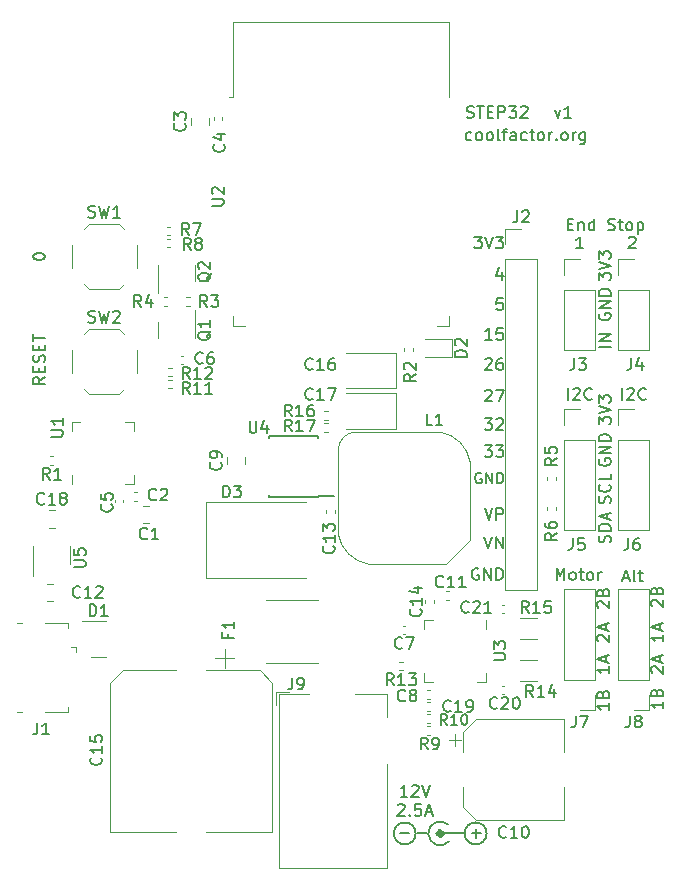
<source format=gto>
%TF.GenerationSoftware,KiCad,Pcbnew,6.0.4-6f826c9f35~116~ubuntu20.04.1*%
%TF.CreationDate,2022-03-30T04:54:15+01:00*%
%TF.ProjectId,step32,73746570-3332-42e6-9b69-6361645f7063,rev?*%
%TF.SameCoordinates,Original*%
%TF.FileFunction,Legend,Top*%
%TF.FilePolarity,Positive*%
%FSLAX46Y46*%
G04 Gerber Fmt 4.6, Leading zero omitted, Abs format (unit mm)*
G04 Created by KiCad (PCBNEW 6.0.4-6f826c9f35~116~ubuntu20.04.1) date 2022-03-30 04:54:15*
%MOMM*%
%LPD*%
G01*
G04 APERTURE LIST*
%ADD10C,0.150000*%
%ADD11C,0.500000*%
%ADD12C,0.120000*%
G04 APERTURE END LIST*
D10*
X101433380Y-74977619D02*
X101433380Y-74882380D01*
X101481000Y-74787142D01*
X101528619Y-74739523D01*
X101623857Y-74691904D01*
X101814333Y-74644285D01*
X102052428Y-74644285D01*
X102242904Y-74691904D01*
X102338142Y-74739523D01*
X102385761Y-74787142D01*
X102433380Y-74882380D01*
X102433380Y-74977619D01*
X102385761Y-75072857D01*
X102338142Y-75120476D01*
X102242904Y-75168095D01*
X102052428Y-75215714D01*
X101814333Y-75215714D01*
X101623857Y-75168095D01*
X101528619Y-75120476D01*
X101481000Y-75072857D01*
X101433380Y-74977619D01*
X102433380Y-85145380D02*
X101957190Y-85478714D01*
X102433380Y-85716809D02*
X101433380Y-85716809D01*
X101433380Y-85335857D01*
X101481000Y-85240619D01*
X101528619Y-85193000D01*
X101623857Y-85145380D01*
X101766714Y-85145380D01*
X101861952Y-85193000D01*
X101909571Y-85240619D01*
X101957190Y-85335857D01*
X101957190Y-85716809D01*
X101909571Y-84716809D02*
X101909571Y-84383476D01*
X102433380Y-84240619D02*
X102433380Y-84716809D01*
X101433380Y-84716809D01*
X101433380Y-84240619D01*
X102385761Y-83859666D02*
X102433380Y-83716809D01*
X102433380Y-83478714D01*
X102385761Y-83383476D01*
X102338142Y-83335857D01*
X102242904Y-83288238D01*
X102147666Y-83288238D01*
X102052428Y-83335857D01*
X102004809Y-83383476D01*
X101957190Y-83478714D01*
X101909571Y-83669190D01*
X101861952Y-83764428D01*
X101814333Y-83812047D01*
X101719095Y-83859666D01*
X101623857Y-83859666D01*
X101528619Y-83812047D01*
X101481000Y-83764428D01*
X101433380Y-83669190D01*
X101433380Y-83431095D01*
X101481000Y-83288238D01*
X101909571Y-82859666D02*
X101909571Y-82526333D01*
X102433380Y-82383476D02*
X102433380Y-82859666D01*
X101433380Y-82859666D01*
X101433380Y-82383476D01*
X101433380Y-82097761D02*
X101433380Y-81526333D01*
X102433380Y-81812047D02*
X101433380Y-81812047D01*
X145589714Y-62523714D02*
X145827809Y-63190380D01*
X146065904Y-62523714D01*
X146970666Y-63190380D02*
X146399238Y-63190380D01*
X146684952Y-63190380D02*
X146684952Y-62190380D01*
X146589714Y-62333238D01*
X146494476Y-62428476D01*
X146399238Y-62476095D01*
X138533761Y-65047761D02*
X138438523Y-65095380D01*
X138248047Y-65095380D01*
X138152809Y-65047761D01*
X138105190Y-65000142D01*
X138057571Y-64904904D01*
X138057571Y-64619190D01*
X138105190Y-64523952D01*
X138152809Y-64476333D01*
X138248047Y-64428714D01*
X138438523Y-64428714D01*
X138533761Y-64476333D01*
X139105190Y-65095380D02*
X139009952Y-65047761D01*
X138962333Y-65000142D01*
X138914714Y-64904904D01*
X138914714Y-64619190D01*
X138962333Y-64523952D01*
X139009952Y-64476333D01*
X139105190Y-64428714D01*
X139248047Y-64428714D01*
X139343285Y-64476333D01*
X139390904Y-64523952D01*
X139438523Y-64619190D01*
X139438523Y-64904904D01*
X139390904Y-65000142D01*
X139343285Y-65047761D01*
X139248047Y-65095380D01*
X139105190Y-65095380D01*
X140009952Y-65095380D02*
X139914714Y-65047761D01*
X139867095Y-65000142D01*
X139819476Y-64904904D01*
X139819476Y-64619190D01*
X139867095Y-64523952D01*
X139914714Y-64476333D01*
X140009952Y-64428714D01*
X140152809Y-64428714D01*
X140248047Y-64476333D01*
X140295666Y-64523952D01*
X140343285Y-64619190D01*
X140343285Y-64904904D01*
X140295666Y-65000142D01*
X140248047Y-65047761D01*
X140152809Y-65095380D01*
X140009952Y-65095380D01*
X140914714Y-65095380D02*
X140819476Y-65047761D01*
X140771857Y-64952523D01*
X140771857Y-64095380D01*
X141152809Y-64428714D02*
X141533761Y-64428714D01*
X141295666Y-65095380D02*
X141295666Y-64238238D01*
X141343285Y-64143000D01*
X141438523Y-64095380D01*
X141533761Y-64095380D01*
X142295666Y-65095380D02*
X142295666Y-64571571D01*
X142248047Y-64476333D01*
X142152809Y-64428714D01*
X141962333Y-64428714D01*
X141867095Y-64476333D01*
X142295666Y-65047761D02*
X142200428Y-65095380D01*
X141962333Y-65095380D01*
X141867095Y-65047761D01*
X141819476Y-64952523D01*
X141819476Y-64857285D01*
X141867095Y-64762047D01*
X141962333Y-64714428D01*
X142200428Y-64714428D01*
X142295666Y-64666809D01*
X143200428Y-65047761D02*
X143105190Y-65095380D01*
X142914714Y-65095380D01*
X142819476Y-65047761D01*
X142771857Y-65000142D01*
X142724238Y-64904904D01*
X142724238Y-64619190D01*
X142771857Y-64523952D01*
X142819476Y-64476333D01*
X142914714Y-64428714D01*
X143105190Y-64428714D01*
X143200428Y-64476333D01*
X143486142Y-64428714D02*
X143867095Y-64428714D01*
X143629000Y-64095380D02*
X143629000Y-64952523D01*
X143676619Y-65047761D01*
X143771857Y-65095380D01*
X143867095Y-65095380D01*
X144343285Y-65095380D02*
X144248047Y-65047761D01*
X144200428Y-65000142D01*
X144152809Y-64904904D01*
X144152809Y-64619190D01*
X144200428Y-64523952D01*
X144248047Y-64476333D01*
X144343285Y-64428714D01*
X144486142Y-64428714D01*
X144581380Y-64476333D01*
X144629000Y-64523952D01*
X144676619Y-64619190D01*
X144676619Y-64904904D01*
X144629000Y-65000142D01*
X144581380Y-65047761D01*
X144486142Y-65095380D01*
X144343285Y-65095380D01*
X145105190Y-65095380D02*
X145105190Y-64428714D01*
X145105190Y-64619190D02*
X145152809Y-64523952D01*
X145200428Y-64476333D01*
X145295666Y-64428714D01*
X145390904Y-64428714D01*
X145724238Y-65000142D02*
X145771857Y-65047761D01*
X145724238Y-65095380D01*
X145676619Y-65047761D01*
X145724238Y-65000142D01*
X145724238Y-65095380D01*
X146343285Y-65095380D02*
X146248047Y-65047761D01*
X146200428Y-65000142D01*
X146152809Y-64904904D01*
X146152809Y-64619190D01*
X146200428Y-64523952D01*
X146248047Y-64476333D01*
X146343285Y-64428714D01*
X146486142Y-64428714D01*
X146581380Y-64476333D01*
X146629000Y-64523952D01*
X146676619Y-64619190D01*
X146676619Y-64904904D01*
X146629000Y-65000142D01*
X146581380Y-65047761D01*
X146486142Y-65095380D01*
X146343285Y-65095380D01*
X147105190Y-65095380D02*
X147105190Y-64428714D01*
X147105190Y-64619190D02*
X147152809Y-64523952D01*
X147200428Y-64476333D01*
X147295666Y-64428714D01*
X147390904Y-64428714D01*
X148152809Y-64428714D02*
X148152809Y-65238238D01*
X148105190Y-65333476D01*
X148057571Y-65381095D01*
X147962333Y-65428714D01*
X147819476Y-65428714D01*
X147724238Y-65381095D01*
X148152809Y-65047761D02*
X148057571Y-65095380D01*
X147867095Y-65095380D01*
X147771857Y-65047761D01*
X147724238Y-65000142D01*
X147676619Y-64904904D01*
X147676619Y-64619190D01*
X147724238Y-64523952D01*
X147771857Y-64476333D01*
X147867095Y-64428714D01*
X148057571Y-64428714D01*
X148152809Y-64476333D01*
X138144571Y-63142761D02*
X138287428Y-63190380D01*
X138525523Y-63190380D01*
X138620761Y-63142761D01*
X138668380Y-63095142D01*
X138716000Y-62999904D01*
X138716000Y-62904666D01*
X138668380Y-62809428D01*
X138620761Y-62761809D01*
X138525523Y-62714190D01*
X138335047Y-62666571D01*
X138239809Y-62618952D01*
X138192190Y-62571333D01*
X138144571Y-62476095D01*
X138144571Y-62380857D01*
X138192190Y-62285619D01*
X138239809Y-62238000D01*
X138335047Y-62190380D01*
X138573142Y-62190380D01*
X138716000Y-62238000D01*
X139001714Y-62190380D02*
X139573142Y-62190380D01*
X139287428Y-63190380D02*
X139287428Y-62190380D01*
X139906476Y-62666571D02*
X140239809Y-62666571D01*
X140382666Y-63190380D02*
X139906476Y-63190380D01*
X139906476Y-62190380D01*
X140382666Y-62190380D01*
X140811238Y-63190380D02*
X140811238Y-62190380D01*
X141192190Y-62190380D01*
X141287428Y-62238000D01*
X141335047Y-62285619D01*
X141382666Y-62380857D01*
X141382666Y-62523714D01*
X141335047Y-62618952D01*
X141287428Y-62666571D01*
X141192190Y-62714190D01*
X140811238Y-62714190D01*
X141716000Y-62190380D02*
X142335047Y-62190380D01*
X142001714Y-62571333D01*
X142144571Y-62571333D01*
X142239809Y-62618952D01*
X142287428Y-62666571D01*
X142335047Y-62761809D01*
X142335047Y-62999904D01*
X142287428Y-63095142D01*
X142239809Y-63142761D01*
X142144571Y-63190380D01*
X141858857Y-63190380D01*
X141763619Y-63142761D01*
X141716000Y-63095142D01*
X142716000Y-62285619D02*
X142763619Y-62238000D01*
X142858857Y-62190380D01*
X143096952Y-62190380D01*
X143192190Y-62238000D01*
X143239809Y-62285619D01*
X143287428Y-62380857D01*
X143287428Y-62476095D01*
X143239809Y-62618952D01*
X142668380Y-63190380D01*
X143287428Y-63190380D01*
X153852619Y-104544714D02*
X153805000Y-104497095D01*
X153757380Y-104401857D01*
X153757380Y-104163761D01*
X153805000Y-104068523D01*
X153852619Y-104020904D01*
X153947857Y-103973285D01*
X154043095Y-103973285D01*
X154185952Y-104020904D01*
X154757380Y-104592333D01*
X154757380Y-103973285D01*
X154233571Y-103211380D02*
X154281190Y-103068523D01*
X154328809Y-103020904D01*
X154424047Y-102973285D01*
X154566904Y-102973285D01*
X154662142Y-103020904D01*
X154709761Y-103068523D01*
X154757380Y-103163761D01*
X154757380Y-103544714D01*
X153757380Y-103544714D01*
X153757380Y-103211380D01*
X153805000Y-103116142D01*
X153852619Y-103068523D01*
X153947857Y-103020904D01*
X154043095Y-103020904D01*
X154138333Y-103068523D01*
X154185952Y-103116142D01*
X154233571Y-103211380D01*
X154233571Y-103544714D01*
X154757380Y-106949857D02*
X154757380Y-107521285D01*
X154757380Y-107235571D02*
X153757380Y-107235571D01*
X153900238Y-107330809D01*
X153995476Y-107426047D01*
X154043095Y-107521285D01*
X154471666Y-106568904D02*
X154471666Y-106092714D01*
X154757380Y-106664142D02*
X153757380Y-106330809D01*
X154757380Y-105997476D01*
X154757380Y-112609285D02*
X154757380Y-113180714D01*
X154757380Y-112895000D02*
X153757380Y-112895000D01*
X153900238Y-112990238D01*
X153995476Y-113085476D01*
X154043095Y-113180714D01*
X154233571Y-111847380D02*
X154281190Y-111704523D01*
X154328809Y-111656904D01*
X154424047Y-111609285D01*
X154566904Y-111609285D01*
X154662142Y-111656904D01*
X154709761Y-111704523D01*
X154757380Y-111799761D01*
X154757380Y-112180714D01*
X153757380Y-112180714D01*
X153757380Y-111847380D01*
X153805000Y-111752142D01*
X153852619Y-111704523D01*
X153947857Y-111656904D01*
X154043095Y-111656904D01*
X154138333Y-111704523D01*
X154185952Y-111752142D01*
X154233571Y-111847380D01*
X154233571Y-112180714D01*
X153852619Y-110188285D02*
X153805000Y-110140666D01*
X153757380Y-110045428D01*
X153757380Y-109807333D01*
X153805000Y-109712095D01*
X153852619Y-109664476D01*
X153947857Y-109616857D01*
X154043095Y-109616857D01*
X154185952Y-109664476D01*
X154757380Y-110235904D01*
X154757380Y-109616857D01*
X154471666Y-109235904D02*
X154471666Y-108759714D01*
X154757380Y-109331142D02*
X153757380Y-108997809D01*
X154757380Y-108664476D01*
X150185380Y-109616857D02*
X150185380Y-110188285D01*
X150185380Y-109902571D02*
X149185380Y-109902571D01*
X149328238Y-109997809D01*
X149423476Y-110093047D01*
X149471095Y-110188285D01*
X149899666Y-109235904D02*
X149899666Y-108759714D01*
X150185380Y-109331142D02*
X149185380Y-108997809D01*
X150185380Y-108664476D01*
X149280619Y-107521285D02*
X149233000Y-107473666D01*
X149185380Y-107378428D01*
X149185380Y-107140333D01*
X149233000Y-107045095D01*
X149280619Y-106997476D01*
X149375857Y-106949857D01*
X149471095Y-106949857D01*
X149613952Y-106997476D01*
X150185380Y-107568904D01*
X150185380Y-106949857D01*
X149899666Y-106568904D02*
X149899666Y-106092714D01*
X150185380Y-106664142D02*
X149185380Y-106330809D01*
X150185380Y-105997476D01*
X150185380Y-112736285D02*
X150185380Y-113307714D01*
X150185380Y-113022000D02*
X149185380Y-113022000D01*
X149328238Y-113117238D01*
X149423476Y-113212476D01*
X149471095Y-113307714D01*
X149661571Y-111974380D02*
X149709190Y-111831523D01*
X149756809Y-111783904D01*
X149852047Y-111736285D01*
X149994904Y-111736285D01*
X150090142Y-111783904D01*
X150137761Y-111831523D01*
X150185380Y-111926761D01*
X150185380Y-112307714D01*
X149185380Y-112307714D01*
X149185380Y-111974380D01*
X149233000Y-111879142D01*
X149280619Y-111831523D01*
X149375857Y-111783904D01*
X149471095Y-111783904D01*
X149566333Y-111831523D01*
X149613952Y-111879142D01*
X149661571Y-111974380D01*
X149661571Y-112307714D01*
X149280619Y-104671714D02*
X149233000Y-104624095D01*
X149185380Y-104528857D01*
X149185380Y-104290761D01*
X149233000Y-104195523D01*
X149280619Y-104147904D01*
X149375857Y-104100285D01*
X149471095Y-104100285D01*
X149613952Y-104147904D01*
X150185380Y-104719333D01*
X150185380Y-104100285D01*
X149661571Y-103338380D02*
X149709190Y-103195523D01*
X149756809Y-103147904D01*
X149852047Y-103100285D01*
X149994904Y-103100285D01*
X150090142Y-103147904D01*
X150137761Y-103195523D01*
X150185380Y-103290761D01*
X150185380Y-103671714D01*
X149185380Y-103671714D01*
X149185380Y-103338380D01*
X149233000Y-103243142D01*
X149280619Y-103195523D01*
X149375857Y-103147904D01*
X149471095Y-103147904D01*
X149566333Y-103195523D01*
X149613952Y-103243142D01*
X149661571Y-103338380D01*
X149661571Y-103671714D01*
X150312380Y-82565809D02*
X149312380Y-82565809D01*
X150312380Y-82089619D02*
X149312380Y-82089619D01*
X150312380Y-81518190D01*
X149312380Y-81518190D01*
X149360000Y-79755904D02*
X149312380Y-79851142D01*
X149312380Y-79994000D01*
X149360000Y-80136857D01*
X149455238Y-80232095D01*
X149550476Y-80279714D01*
X149740952Y-80327333D01*
X149883809Y-80327333D01*
X150074285Y-80279714D01*
X150169523Y-80232095D01*
X150264761Y-80136857D01*
X150312380Y-79994000D01*
X150312380Y-79898761D01*
X150264761Y-79755904D01*
X150217142Y-79708285D01*
X149883809Y-79708285D01*
X149883809Y-79898761D01*
X150312380Y-79279714D02*
X149312380Y-79279714D01*
X150312380Y-78708285D01*
X149312380Y-78708285D01*
X150312380Y-78232095D02*
X149312380Y-78232095D01*
X149312380Y-77994000D01*
X149360000Y-77851142D01*
X149455238Y-77755904D01*
X149550476Y-77708285D01*
X149740952Y-77660666D01*
X149883809Y-77660666D01*
X150074285Y-77708285D01*
X150169523Y-77755904D01*
X150264761Y-77851142D01*
X150312380Y-77994000D01*
X150312380Y-78232095D01*
X149312380Y-76930095D02*
X149312380Y-76311047D01*
X149693333Y-76644380D01*
X149693333Y-76501523D01*
X149740952Y-76406285D01*
X149788571Y-76358666D01*
X149883809Y-76311047D01*
X150121904Y-76311047D01*
X150217142Y-76358666D01*
X150264761Y-76406285D01*
X150312380Y-76501523D01*
X150312380Y-76787238D01*
X150264761Y-76882476D01*
X150217142Y-76930095D01*
X149312380Y-76025333D02*
X150312380Y-75692000D01*
X149312380Y-75358666D01*
X149312380Y-75120571D02*
X149312380Y-74501523D01*
X149693333Y-74834857D01*
X149693333Y-74692000D01*
X149740952Y-74596761D01*
X149788571Y-74549142D01*
X149883809Y-74501523D01*
X150121904Y-74501523D01*
X150217142Y-74549142D01*
X150264761Y-74596761D01*
X150312380Y-74692000D01*
X150312380Y-74977714D01*
X150264761Y-75072952D01*
X150217142Y-75120571D01*
X150264761Y-99131285D02*
X150312380Y-98988428D01*
X150312380Y-98750333D01*
X150264761Y-98655095D01*
X150217142Y-98607476D01*
X150121904Y-98559857D01*
X150026666Y-98559857D01*
X149931428Y-98607476D01*
X149883809Y-98655095D01*
X149836190Y-98750333D01*
X149788571Y-98940809D01*
X149740952Y-99036047D01*
X149693333Y-99083666D01*
X149598095Y-99131285D01*
X149502857Y-99131285D01*
X149407619Y-99083666D01*
X149360000Y-99036047D01*
X149312380Y-98940809D01*
X149312380Y-98702714D01*
X149360000Y-98559857D01*
X150312380Y-98131285D02*
X149312380Y-98131285D01*
X149312380Y-97893190D01*
X149360000Y-97750333D01*
X149455238Y-97655095D01*
X149550476Y-97607476D01*
X149740952Y-97559857D01*
X149883809Y-97559857D01*
X150074285Y-97607476D01*
X150169523Y-97655095D01*
X150264761Y-97750333D01*
X150312380Y-97893190D01*
X150312380Y-98131285D01*
X150026666Y-97178904D02*
X150026666Y-96702714D01*
X150312380Y-97274142D02*
X149312380Y-96940809D01*
X150312380Y-96607476D01*
X150264761Y-95805476D02*
X150312380Y-95662619D01*
X150312380Y-95424523D01*
X150264761Y-95329285D01*
X150217142Y-95281666D01*
X150121904Y-95234047D01*
X150026666Y-95234047D01*
X149931428Y-95281666D01*
X149883809Y-95329285D01*
X149836190Y-95424523D01*
X149788571Y-95615000D01*
X149740952Y-95710238D01*
X149693333Y-95757857D01*
X149598095Y-95805476D01*
X149502857Y-95805476D01*
X149407619Y-95757857D01*
X149360000Y-95710238D01*
X149312380Y-95615000D01*
X149312380Y-95376904D01*
X149360000Y-95234047D01*
X150217142Y-94234047D02*
X150264761Y-94281666D01*
X150312380Y-94424523D01*
X150312380Y-94519761D01*
X150264761Y-94662619D01*
X150169523Y-94757857D01*
X150074285Y-94805476D01*
X149883809Y-94853095D01*
X149740952Y-94853095D01*
X149550476Y-94805476D01*
X149455238Y-94757857D01*
X149360000Y-94662619D01*
X149312380Y-94519761D01*
X149312380Y-94424523D01*
X149360000Y-94281666D01*
X149407619Y-94234047D01*
X150312380Y-93329285D02*
X150312380Y-93805476D01*
X149312380Y-93805476D01*
X149360000Y-92074904D02*
X149312380Y-92170142D01*
X149312380Y-92313000D01*
X149360000Y-92455857D01*
X149455238Y-92551095D01*
X149550476Y-92598714D01*
X149740952Y-92646333D01*
X149883809Y-92646333D01*
X150074285Y-92598714D01*
X150169523Y-92551095D01*
X150264761Y-92455857D01*
X150312380Y-92313000D01*
X150312380Y-92217761D01*
X150264761Y-92074904D01*
X150217142Y-92027285D01*
X149883809Y-92027285D01*
X149883809Y-92217761D01*
X150312380Y-91598714D02*
X149312380Y-91598714D01*
X150312380Y-91027285D01*
X149312380Y-91027285D01*
X150312380Y-90551095D02*
X149312380Y-90551095D01*
X149312380Y-90313000D01*
X149360000Y-90170142D01*
X149455238Y-90074904D01*
X149550476Y-90027285D01*
X149740952Y-89979666D01*
X149883809Y-89979666D01*
X150074285Y-90027285D01*
X150169523Y-90074904D01*
X150264761Y-90170142D01*
X150312380Y-90313000D01*
X150312380Y-90551095D01*
X149312380Y-89122095D02*
X149312380Y-88503047D01*
X149693333Y-88836380D01*
X149693333Y-88693523D01*
X149740952Y-88598285D01*
X149788571Y-88550666D01*
X149883809Y-88503047D01*
X150121904Y-88503047D01*
X150217142Y-88550666D01*
X150264761Y-88598285D01*
X150312380Y-88693523D01*
X150312380Y-88979238D01*
X150264761Y-89074476D01*
X150217142Y-89122095D01*
X149312380Y-88217333D02*
X150312380Y-87884000D01*
X149312380Y-87550666D01*
X149312380Y-87312571D02*
X149312380Y-86693523D01*
X149693333Y-87026857D01*
X149693333Y-86884000D01*
X149740952Y-86788761D01*
X149788571Y-86741142D01*
X149883809Y-86693523D01*
X150121904Y-86693523D01*
X150217142Y-86741142D01*
X150264761Y-86788761D01*
X150312380Y-86884000D01*
X150312380Y-87169714D01*
X150264761Y-87264952D01*
X150217142Y-87312571D01*
X139128666Y-101354000D02*
X139033428Y-101306380D01*
X138890571Y-101306380D01*
X138747713Y-101354000D01*
X138652475Y-101449238D01*
X138604856Y-101544476D01*
X138557237Y-101734952D01*
X138557237Y-101877809D01*
X138604856Y-102068285D01*
X138652475Y-102163523D01*
X138747713Y-102258761D01*
X138890571Y-102306380D01*
X138985809Y-102306380D01*
X139128666Y-102258761D01*
X139176285Y-102211142D01*
X139176285Y-101877809D01*
X138985809Y-101877809D01*
X139604856Y-102306380D02*
X139604856Y-101306380D01*
X140176285Y-102306380D01*
X140176285Y-101306380D01*
X140652475Y-102306380D02*
X140652475Y-101306380D01*
X140890571Y-101306380D01*
X141033428Y-101354000D01*
X141128666Y-101449238D01*
X141176285Y-101544476D01*
X141223904Y-101734952D01*
X141223904Y-101877809D01*
X141176285Y-102068285D01*
X141128666Y-102163523D01*
X141033428Y-102258761D01*
X140890571Y-102306380D01*
X140652475Y-102306380D01*
X139604857Y-98639380D02*
X139938190Y-99639380D01*
X140271523Y-98639380D01*
X140604857Y-99639380D02*
X140604857Y-98639380D01*
X141176285Y-99639380D01*
X141176285Y-98639380D01*
X139652475Y-96226380D02*
X139985809Y-97226380D01*
X140319142Y-96226380D01*
X140652475Y-97226380D02*
X140652475Y-96226380D01*
X141033428Y-96226380D01*
X141128666Y-96274000D01*
X141176285Y-96321619D01*
X141223904Y-96416857D01*
X141223904Y-96559714D01*
X141176285Y-96654952D01*
X141128666Y-96702571D01*
X141033428Y-96750190D01*
X140652475Y-96750190D01*
X139357237Y-93276000D02*
X139271523Y-93233142D01*
X139142952Y-93233142D01*
X139014380Y-93276000D01*
X138928666Y-93361714D01*
X138885809Y-93447428D01*
X138842952Y-93618857D01*
X138842952Y-93747428D01*
X138885809Y-93918857D01*
X138928666Y-94004571D01*
X139014380Y-94090285D01*
X139142952Y-94133142D01*
X139228666Y-94133142D01*
X139357237Y-94090285D01*
X139400094Y-94047428D01*
X139400094Y-93747428D01*
X139228666Y-93747428D01*
X139785809Y-94133142D02*
X139785809Y-93233142D01*
X140300094Y-94133142D01*
X140300094Y-93233142D01*
X140728666Y-94133142D02*
X140728666Y-93233142D01*
X140942952Y-93233142D01*
X141071523Y-93276000D01*
X141157237Y-93361714D01*
X141200094Y-93447428D01*
X141242952Y-93618857D01*
X141242952Y-93747428D01*
X141200094Y-93918857D01*
X141157237Y-94004571D01*
X141071523Y-94090285D01*
X140942952Y-94133142D01*
X140728666Y-94133142D01*
X139652476Y-90892380D02*
X140271523Y-90892380D01*
X139938190Y-91273333D01*
X140081047Y-91273333D01*
X140176285Y-91320952D01*
X140223904Y-91368571D01*
X140271523Y-91463809D01*
X140271523Y-91701904D01*
X140223904Y-91797142D01*
X140176285Y-91844761D01*
X140081047Y-91892380D01*
X139795333Y-91892380D01*
X139700095Y-91844761D01*
X139652476Y-91797142D01*
X140604857Y-90892380D02*
X141223904Y-90892380D01*
X140890571Y-91273333D01*
X141033428Y-91273333D01*
X141128666Y-91320952D01*
X141176285Y-91368571D01*
X141223904Y-91463809D01*
X141223904Y-91701904D01*
X141176285Y-91797142D01*
X141128666Y-91844761D01*
X141033428Y-91892380D01*
X140747714Y-91892380D01*
X140652476Y-91844761D01*
X140604857Y-91797142D01*
X139652476Y-88606380D02*
X140271523Y-88606380D01*
X139938190Y-88987333D01*
X140081047Y-88987333D01*
X140176285Y-89034952D01*
X140223904Y-89082571D01*
X140271523Y-89177809D01*
X140271523Y-89415904D01*
X140223904Y-89511142D01*
X140176285Y-89558761D01*
X140081047Y-89606380D01*
X139795333Y-89606380D01*
X139700095Y-89558761D01*
X139652476Y-89511142D01*
X140652476Y-88701619D02*
X140700095Y-88654000D01*
X140795333Y-88606380D01*
X141033428Y-88606380D01*
X141128666Y-88654000D01*
X141176285Y-88701619D01*
X141223904Y-88796857D01*
X141223904Y-88892095D01*
X141176285Y-89034952D01*
X140604857Y-89606380D01*
X141223904Y-89606380D01*
X139700095Y-86288619D02*
X139747714Y-86241000D01*
X139842952Y-86193380D01*
X140081047Y-86193380D01*
X140176285Y-86241000D01*
X140223904Y-86288619D01*
X140271523Y-86383857D01*
X140271523Y-86479095D01*
X140223904Y-86621952D01*
X139652476Y-87193380D01*
X140271523Y-87193380D01*
X140604857Y-86193380D02*
X141271523Y-86193380D01*
X140842952Y-87193380D01*
X139700095Y-83621619D02*
X139747714Y-83574000D01*
X139842952Y-83526380D01*
X140081047Y-83526380D01*
X140176285Y-83574000D01*
X140223904Y-83621619D01*
X140271523Y-83716857D01*
X140271523Y-83812095D01*
X140223904Y-83954952D01*
X139652476Y-84526380D01*
X140271523Y-84526380D01*
X141128666Y-83526380D02*
X140938190Y-83526380D01*
X140842952Y-83574000D01*
X140795333Y-83621619D01*
X140700095Y-83764476D01*
X140652476Y-83954952D01*
X140652476Y-84335904D01*
X140700095Y-84431142D01*
X140747714Y-84478761D01*
X140842952Y-84526380D01*
X141033428Y-84526380D01*
X141128666Y-84478761D01*
X141176285Y-84431142D01*
X141223904Y-84335904D01*
X141223904Y-84097809D01*
X141176285Y-84002571D01*
X141128666Y-83954952D01*
X141033428Y-83907333D01*
X140842952Y-83907333D01*
X140747714Y-83954952D01*
X140700095Y-84002571D01*
X140652476Y-84097809D01*
X140271523Y-81986380D02*
X139700095Y-81986380D01*
X139985809Y-81986380D02*
X139985809Y-80986380D01*
X139890571Y-81129238D01*
X139795333Y-81224476D01*
X139700095Y-81272095D01*
X141176285Y-80986380D02*
X140700095Y-80986380D01*
X140652476Y-81462571D01*
X140700095Y-81414952D01*
X140795333Y-81367333D01*
X141033428Y-81367333D01*
X141128666Y-81414952D01*
X141176285Y-81462571D01*
X141223904Y-81557809D01*
X141223904Y-81795904D01*
X141176285Y-81891142D01*
X141128666Y-81938761D01*
X141033428Y-81986380D01*
X140795333Y-81986380D01*
X140700095Y-81938761D01*
X140652476Y-81891142D01*
X141176285Y-78446380D02*
X140700094Y-78446380D01*
X140652475Y-78922571D01*
X140700094Y-78874952D01*
X140795332Y-78827333D01*
X141033428Y-78827333D01*
X141128666Y-78874952D01*
X141176285Y-78922571D01*
X141223904Y-79017809D01*
X141223904Y-79255904D01*
X141176285Y-79351142D01*
X141128666Y-79398761D01*
X141033428Y-79446380D01*
X140795332Y-79446380D01*
X140700094Y-79398761D01*
X140652475Y-79351142D01*
X141128666Y-76239714D02*
X141128666Y-76906380D01*
X140890570Y-75858761D02*
X140652475Y-76573047D01*
X141271523Y-76573047D01*
X138795332Y-73239380D02*
X139414380Y-73239380D01*
X139081047Y-73620333D01*
X139223904Y-73620333D01*
X139319142Y-73667952D01*
X139366761Y-73715571D01*
X139414380Y-73810809D01*
X139414380Y-74048904D01*
X139366761Y-74144142D01*
X139319142Y-74191761D01*
X139223904Y-74239380D01*
X138938189Y-74239380D01*
X138842951Y-74191761D01*
X138795332Y-74144142D01*
X139700094Y-73239380D02*
X140033428Y-74239380D01*
X140366761Y-73239380D01*
X140604856Y-73239380D02*
X141223904Y-73239380D01*
X140890570Y-73620333D01*
X141033428Y-73620333D01*
X141128666Y-73667952D01*
X141176285Y-73715571D01*
X141223904Y-73810809D01*
X141223904Y-74048904D01*
X141176285Y-74144142D01*
X141128666Y-74191761D01*
X141033428Y-74239380D01*
X140747713Y-74239380D01*
X140652475Y-74191761D01*
X140604856Y-74144142D01*
X151860285Y-73334619D02*
X151907904Y-73287000D01*
X152003142Y-73239380D01*
X152241238Y-73239380D01*
X152336476Y-73287000D01*
X152384095Y-73334619D01*
X152431714Y-73429857D01*
X152431714Y-73525095D01*
X152384095Y-73667952D01*
X151812666Y-74239380D01*
X152431714Y-74239380D01*
X147986714Y-74239380D02*
X147415285Y-74239380D01*
X147701000Y-74239380D02*
X147701000Y-73239380D01*
X147605761Y-73382238D01*
X147510523Y-73477476D01*
X147415285Y-73525095D01*
X146693333Y-72191571D02*
X147026666Y-72191571D01*
X147169523Y-72715380D02*
X146693333Y-72715380D01*
X146693333Y-71715380D01*
X147169523Y-71715380D01*
X147598095Y-72048714D02*
X147598095Y-72715380D01*
X147598095Y-72143952D02*
X147645714Y-72096333D01*
X147740952Y-72048714D01*
X147883809Y-72048714D01*
X147979047Y-72096333D01*
X148026666Y-72191571D01*
X148026666Y-72715380D01*
X148931428Y-72715380D02*
X148931428Y-71715380D01*
X148931428Y-72667761D02*
X148836190Y-72715380D01*
X148645714Y-72715380D01*
X148550476Y-72667761D01*
X148502857Y-72620142D01*
X148455238Y-72524904D01*
X148455238Y-72239190D01*
X148502857Y-72143952D01*
X148550476Y-72096333D01*
X148645714Y-72048714D01*
X148836190Y-72048714D01*
X148931428Y-72096333D01*
X150121904Y-72667761D02*
X150264761Y-72715380D01*
X150502857Y-72715380D01*
X150598095Y-72667761D01*
X150645714Y-72620142D01*
X150693333Y-72524904D01*
X150693333Y-72429666D01*
X150645714Y-72334428D01*
X150598095Y-72286809D01*
X150502857Y-72239190D01*
X150312380Y-72191571D01*
X150217142Y-72143952D01*
X150169523Y-72096333D01*
X150121904Y-72001095D01*
X150121904Y-71905857D01*
X150169523Y-71810619D01*
X150217142Y-71763000D01*
X150312380Y-71715380D01*
X150550476Y-71715380D01*
X150693333Y-71763000D01*
X150979047Y-72048714D02*
X151360000Y-72048714D01*
X151121904Y-71715380D02*
X151121904Y-72572523D01*
X151169523Y-72667761D01*
X151264761Y-72715380D01*
X151360000Y-72715380D01*
X151836190Y-72715380D02*
X151740952Y-72667761D01*
X151693333Y-72620142D01*
X151645714Y-72524904D01*
X151645714Y-72239190D01*
X151693333Y-72143952D01*
X151740952Y-72096333D01*
X151836190Y-72048714D01*
X151979047Y-72048714D01*
X152074285Y-72096333D01*
X152121904Y-72143952D01*
X152169523Y-72239190D01*
X152169523Y-72524904D01*
X152121904Y-72620142D01*
X152074285Y-72667761D01*
X151979047Y-72715380D01*
X151836190Y-72715380D01*
X152598095Y-72048714D02*
X152598095Y-73048714D01*
X152598095Y-72096333D02*
X152693333Y-72048714D01*
X152883809Y-72048714D01*
X152979047Y-72096333D01*
X153026666Y-72143952D01*
X153074285Y-72239190D01*
X153074285Y-72524904D01*
X153026666Y-72620142D01*
X152979047Y-72667761D01*
X152883809Y-72715380D01*
X152693333Y-72715380D01*
X152598095Y-72667761D01*
X151296809Y-87066380D02*
X151296809Y-86066380D01*
X151725380Y-86161619D02*
X151773000Y-86114000D01*
X151868238Y-86066380D01*
X152106333Y-86066380D01*
X152201571Y-86114000D01*
X152249190Y-86161619D01*
X152296809Y-86256857D01*
X152296809Y-86352095D01*
X152249190Y-86494952D01*
X151677761Y-87066380D01*
X152296809Y-87066380D01*
X153296809Y-86971142D02*
X153249190Y-87018761D01*
X153106333Y-87066380D01*
X153011095Y-87066380D01*
X152868238Y-87018761D01*
X152773000Y-86923523D01*
X152725380Y-86828285D01*
X152677761Y-86637809D01*
X152677761Y-86494952D01*
X152725380Y-86304476D01*
X152773000Y-86209238D01*
X152868238Y-86114000D01*
X153011095Y-86066380D01*
X153106333Y-86066380D01*
X153249190Y-86114000D01*
X153296809Y-86161619D01*
X146724809Y-87066380D02*
X146724809Y-86066380D01*
X147153380Y-86161619D02*
X147201000Y-86114000D01*
X147296238Y-86066380D01*
X147534333Y-86066380D01*
X147629571Y-86114000D01*
X147677190Y-86161619D01*
X147724809Y-86256857D01*
X147724809Y-86352095D01*
X147677190Y-86494952D01*
X147105761Y-87066380D01*
X147724809Y-87066380D01*
X148724809Y-86971142D02*
X148677190Y-87018761D01*
X148534333Y-87066380D01*
X148439095Y-87066380D01*
X148296238Y-87018761D01*
X148201000Y-86923523D01*
X148153380Y-86828285D01*
X148105761Y-86637809D01*
X148105761Y-86494952D01*
X148153380Y-86304476D01*
X148201000Y-86209238D01*
X148296238Y-86114000D01*
X148439095Y-86066380D01*
X148534333Y-86066380D01*
X148677190Y-86114000D01*
X148724809Y-86161619D01*
X151360285Y-102147666D02*
X151836476Y-102147666D01*
X151265047Y-102433380D02*
X151598380Y-101433380D01*
X151931714Y-102433380D01*
X152407904Y-102433380D02*
X152312666Y-102385761D01*
X152265047Y-102290523D01*
X152265047Y-101433380D01*
X152646000Y-101766714D02*
X153026952Y-101766714D01*
X152788857Y-101433380D02*
X152788857Y-102290523D01*
X152836476Y-102385761D01*
X152931714Y-102433380D01*
X153026952Y-102433380D01*
X145740666Y-102306380D02*
X145740666Y-101306380D01*
X146074000Y-102020666D01*
X146407333Y-101306380D01*
X146407333Y-102306380D01*
X147026380Y-102306380D02*
X146931142Y-102258761D01*
X146883523Y-102211142D01*
X146835904Y-102115904D01*
X146835904Y-101830190D01*
X146883523Y-101734952D01*
X146931142Y-101687333D01*
X147026380Y-101639714D01*
X147169238Y-101639714D01*
X147264476Y-101687333D01*
X147312095Y-101734952D01*
X147359714Y-101830190D01*
X147359714Y-102115904D01*
X147312095Y-102211142D01*
X147264476Y-102258761D01*
X147169238Y-102306380D01*
X147026380Y-102306380D01*
X147645428Y-101639714D02*
X148026380Y-101639714D01*
X147788285Y-101306380D02*
X147788285Y-102163523D01*
X147835904Y-102258761D01*
X147931142Y-102306380D01*
X148026380Y-102306380D01*
X148502571Y-102306380D02*
X148407333Y-102258761D01*
X148359714Y-102211142D01*
X148312095Y-102115904D01*
X148312095Y-101830190D01*
X148359714Y-101734952D01*
X148407333Y-101687333D01*
X148502571Y-101639714D01*
X148645428Y-101639714D01*
X148740666Y-101687333D01*
X148788285Y-101734952D01*
X148835904Y-101830190D01*
X148835904Y-102115904D01*
X148788285Y-102211142D01*
X148740666Y-102258761D01*
X148645428Y-102306380D01*
X148502571Y-102306380D01*
X149264476Y-102306380D02*
X149264476Y-101639714D01*
X149264476Y-101830190D02*
X149312095Y-101734952D01*
X149359714Y-101687333D01*
X149454952Y-101639714D01*
X149550190Y-101639714D01*
X133111952Y-120678380D02*
X132540523Y-120678380D01*
X132826238Y-120678380D02*
X132826238Y-119678380D01*
X132731000Y-119821238D01*
X132635761Y-119916476D01*
X132540523Y-119964095D01*
X133492904Y-119773619D02*
X133540523Y-119726000D01*
X133635761Y-119678380D01*
X133873857Y-119678380D01*
X133969095Y-119726000D01*
X134016714Y-119773619D01*
X134064333Y-119868857D01*
X134064333Y-119964095D01*
X134016714Y-120106952D01*
X133445285Y-120678380D01*
X134064333Y-120678380D01*
X134350047Y-119678380D02*
X134683380Y-120678380D01*
X135016714Y-119678380D01*
X132302428Y-121383619D02*
X132350047Y-121336000D01*
X132445285Y-121288380D01*
X132683380Y-121288380D01*
X132778619Y-121336000D01*
X132826238Y-121383619D01*
X132873857Y-121478857D01*
X132873857Y-121574095D01*
X132826238Y-121716952D01*
X132254809Y-122288380D01*
X132873857Y-122288380D01*
X133302428Y-122193142D02*
X133350047Y-122240761D01*
X133302428Y-122288380D01*
X133254809Y-122240761D01*
X133302428Y-122193142D01*
X133302428Y-122288380D01*
X134254809Y-121288380D02*
X133778619Y-121288380D01*
X133731000Y-121764571D01*
X133778619Y-121716952D01*
X133873857Y-121669333D01*
X134111952Y-121669333D01*
X134207190Y-121716952D01*
X134254809Y-121764571D01*
X134302428Y-121859809D01*
X134302428Y-122097904D01*
X134254809Y-122193142D01*
X134207190Y-122240761D01*
X134111952Y-122288380D01*
X133873857Y-122288380D01*
X133778619Y-122240761D01*
X133731000Y-122193142D01*
X134683380Y-122002666D02*
X135159571Y-122002666D01*
X134588142Y-122288380D02*
X134921476Y-121288380D01*
X135254809Y-122288380D01*
X138557047Y-123769428D02*
X139318952Y-123769428D01*
X138938000Y-124150380D02*
X138938000Y-123388476D01*
X132461047Y-123769428D02*
X133222952Y-123769428D01*
%TO.C,C21*%
X138295142Y-105005142D02*
X138247523Y-105052761D01*
X138104666Y-105100380D01*
X138009428Y-105100380D01*
X137866571Y-105052761D01*
X137771333Y-104957523D01*
X137723714Y-104862285D01*
X137676095Y-104671809D01*
X137676095Y-104528952D01*
X137723714Y-104338476D01*
X137771333Y-104243238D01*
X137866571Y-104148000D01*
X138009428Y-104100380D01*
X138104666Y-104100380D01*
X138247523Y-104148000D01*
X138295142Y-104195619D01*
X138676095Y-104195619D02*
X138723714Y-104148000D01*
X138818952Y-104100380D01*
X139057047Y-104100380D01*
X139152285Y-104148000D01*
X139199904Y-104195619D01*
X139247523Y-104290857D01*
X139247523Y-104386095D01*
X139199904Y-104528952D01*
X138628476Y-105100380D01*
X139247523Y-105100380D01*
X140199904Y-105100380D02*
X139628476Y-105100380D01*
X139914190Y-105100380D02*
X139914190Y-104100380D01*
X139818952Y-104243238D01*
X139723714Y-104338476D01*
X139628476Y-104386095D01*
%TO.C,C20*%
X140708142Y-113133142D02*
X140660523Y-113180761D01*
X140517666Y-113228380D01*
X140422428Y-113228380D01*
X140279571Y-113180761D01*
X140184333Y-113085523D01*
X140136714Y-112990285D01*
X140089095Y-112799809D01*
X140089095Y-112656952D01*
X140136714Y-112466476D01*
X140184333Y-112371238D01*
X140279571Y-112276000D01*
X140422428Y-112228380D01*
X140517666Y-112228380D01*
X140660523Y-112276000D01*
X140708142Y-112323619D01*
X141089095Y-112323619D02*
X141136714Y-112276000D01*
X141231952Y-112228380D01*
X141470047Y-112228380D01*
X141565285Y-112276000D01*
X141612904Y-112323619D01*
X141660523Y-112418857D01*
X141660523Y-112514095D01*
X141612904Y-112656952D01*
X141041476Y-113228380D01*
X141660523Y-113228380D01*
X142279571Y-112228380D02*
X142374809Y-112228380D01*
X142470047Y-112276000D01*
X142517666Y-112323619D01*
X142565285Y-112418857D01*
X142612904Y-112609333D01*
X142612904Y-112847428D01*
X142565285Y-113037904D01*
X142517666Y-113133142D01*
X142470047Y-113180761D01*
X142374809Y-113228380D01*
X142279571Y-113228380D01*
X142184333Y-113180761D01*
X142136714Y-113133142D01*
X142089095Y-113037904D01*
X142041476Y-112847428D01*
X142041476Y-112609333D01*
X142089095Y-112418857D01*
X142136714Y-112323619D01*
X142184333Y-112276000D01*
X142279571Y-112228380D01*
%TO.C,F1*%
X117911571Y-106886333D02*
X117911571Y-107219666D01*
X118435380Y-107219666D02*
X117435380Y-107219666D01*
X117435380Y-106743476D01*
X118435380Y-105838714D02*
X118435380Y-106410142D01*
X118435380Y-106124428D02*
X117435380Y-106124428D01*
X117578238Y-106219666D01*
X117673476Y-106314904D01*
X117721095Y-106410142D01*
%TO.C,R9*%
X134834333Y-116657380D02*
X134501000Y-116181190D01*
X134262904Y-116657380D02*
X134262904Y-115657380D01*
X134643857Y-115657380D01*
X134739095Y-115705000D01*
X134786714Y-115752619D01*
X134834333Y-115847857D01*
X134834333Y-115990714D01*
X134786714Y-116085952D01*
X134739095Y-116133571D01*
X134643857Y-116181190D01*
X134262904Y-116181190D01*
X135310523Y-116657380D02*
X135501000Y-116657380D01*
X135596238Y-116609761D01*
X135643857Y-116562142D01*
X135739095Y-116419285D01*
X135786714Y-116228809D01*
X135786714Y-115847857D01*
X135739095Y-115752619D01*
X135691476Y-115705000D01*
X135596238Y-115657380D01*
X135405761Y-115657380D01*
X135310523Y-115705000D01*
X135262904Y-115752619D01*
X135215285Y-115847857D01*
X135215285Y-116085952D01*
X135262904Y-116181190D01*
X135310523Y-116228809D01*
X135405761Y-116276428D01*
X135596238Y-116276428D01*
X135691476Y-116228809D01*
X135739095Y-116181190D01*
X135786714Y-116085952D01*
%TO.C,R11*%
X114673142Y-86558380D02*
X114339809Y-86082190D01*
X114101714Y-86558380D02*
X114101714Y-85558380D01*
X114482666Y-85558380D01*
X114577904Y-85606000D01*
X114625523Y-85653619D01*
X114673142Y-85748857D01*
X114673142Y-85891714D01*
X114625523Y-85986952D01*
X114577904Y-86034571D01*
X114482666Y-86082190D01*
X114101714Y-86082190D01*
X115625523Y-86558380D02*
X115054095Y-86558380D01*
X115339809Y-86558380D02*
X115339809Y-85558380D01*
X115244571Y-85701238D01*
X115149333Y-85796476D01*
X115054095Y-85844095D01*
X116577904Y-86558380D02*
X116006476Y-86558380D01*
X116292190Y-86558380D02*
X116292190Y-85558380D01*
X116196952Y-85701238D01*
X116101714Y-85796476D01*
X116006476Y-85844095D01*
%TO.C,SW2*%
X106108666Y-80474761D02*
X106251523Y-80522380D01*
X106489619Y-80522380D01*
X106584857Y-80474761D01*
X106632476Y-80427142D01*
X106680095Y-80331904D01*
X106680095Y-80236666D01*
X106632476Y-80141428D01*
X106584857Y-80093809D01*
X106489619Y-80046190D01*
X106299142Y-79998571D01*
X106203904Y-79950952D01*
X106156285Y-79903333D01*
X106108666Y-79808095D01*
X106108666Y-79712857D01*
X106156285Y-79617619D01*
X106203904Y-79570000D01*
X106299142Y-79522380D01*
X106537238Y-79522380D01*
X106680095Y-79570000D01*
X107013428Y-79522380D02*
X107251523Y-80522380D01*
X107442000Y-79808095D01*
X107632476Y-80522380D01*
X107870571Y-79522380D01*
X108203904Y-79617619D02*
X108251523Y-79570000D01*
X108346761Y-79522380D01*
X108584857Y-79522380D01*
X108680095Y-79570000D01*
X108727714Y-79617619D01*
X108775333Y-79712857D01*
X108775333Y-79808095D01*
X108727714Y-79950952D01*
X108156285Y-80522380D01*
X108775333Y-80522380D01*
%TO.C,U3*%
X140412380Y-109092904D02*
X141221904Y-109092904D01*
X141317142Y-109045285D01*
X141364761Y-108997666D01*
X141412380Y-108902428D01*
X141412380Y-108711952D01*
X141364761Y-108616714D01*
X141317142Y-108569095D01*
X141221904Y-108521476D01*
X140412380Y-108521476D01*
X140412380Y-108140523D02*
X140412380Y-107521476D01*
X140793333Y-107854809D01*
X140793333Y-107711952D01*
X140840952Y-107616714D01*
X140888571Y-107569095D01*
X140983809Y-107521476D01*
X141221904Y-107521476D01*
X141317142Y-107569095D01*
X141364761Y-107616714D01*
X141412380Y-107711952D01*
X141412380Y-107997666D01*
X141364761Y-108092904D01*
X141317142Y-108140523D01*
%TO.C,R15*%
X143375142Y-105100380D02*
X143041809Y-104624190D01*
X142803714Y-105100380D02*
X142803714Y-104100380D01*
X143184666Y-104100380D01*
X143279904Y-104148000D01*
X143327523Y-104195619D01*
X143375142Y-104290857D01*
X143375142Y-104433714D01*
X143327523Y-104528952D01*
X143279904Y-104576571D01*
X143184666Y-104624190D01*
X142803714Y-104624190D01*
X144327523Y-105100380D02*
X143756095Y-105100380D01*
X144041809Y-105100380D02*
X144041809Y-104100380D01*
X143946571Y-104243238D01*
X143851333Y-104338476D01*
X143756095Y-104386095D01*
X145232285Y-104100380D02*
X144756095Y-104100380D01*
X144708476Y-104576571D01*
X144756095Y-104528952D01*
X144851333Y-104481333D01*
X145089428Y-104481333D01*
X145184666Y-104528952D01*
X145232285Y-104576571D01*
X145279904Y-104671809D01*
X145279904Y-104909904D01*
X145232285Y-105005142D01*
X145184666Y-105052761D01*
X145089428Y-105100380D01*
X144851333Y-105100380D01*
X144756095Y-105052761D01*
X144708476Y-105005142D01*
%TO.C,C4*%
X117578142Y-65444666D02*
X117625761Y-65492285D01*
X117673380Y-65635142D01*
X117673380Y-65730380D01*
X117625761Y-65873238D01*
X117530523Y-65968476D01*
X117435285Y-66016095D01*
X117244809Y-66063714D01*
X117101952Y-66063714D01*
X116911476Y-66016095D01*
X116816238Y-65968476D01*
X116721000Y-65873238D01*
X116673380Y-65730380D01*
X116673380Y-65635142D01*
X116721000Y-65492285D01*
X116768619Y-65444666D01*
X117006714Y-64587523D02*
X117673380Y-64587523D01*
X116625761Y-64825619D02*
X117340047Y-65063714D01*
X117340047Y-64444666D01*
%TO.C,J7*%
X147367666Y-113796380D02*
X147367666Y-114510666D01*
X147320047Y-114653523D01*
X147224809Y-114748761D01*
X147081952Y-114796380D01*
X146986714Y-114796380D01*
X147748619Y-113796380D02*
X148415285Y-113796380D01*
X147986714Y-114796380D01*
%TO.C,R13*%
X131945142Y-111223380D02*
X131611809Y-110747190D01*
X131373714Y-111223380D02*
X131373714Y-110223380D01*
X131754666Y-110223380D01*
X131849904Y-110271000D01*
X131897523Y-110318619D01*
X131945142Y-110413857D01*
X131945142Y-110556714D01*
X131897523Y-110651952D01*
X131849904Y-110699571D01*
X131754666Y-110747190D01*
X131373714Y-110747190D01*
X132897523Y-111223380D02*
X132326095Y-111223380D01*
X132611809Y-111223380D02*
X132611809Y-110223380D01*
X132516571Y-110366238D01*
X132421333Y-110461476D01*
X132326095Y-110509095D01*
X133230857Y-110223380D02*
X133849904Y-110223380D01*
X133516571Y-110604333D01*
X133659428Y-110604333D01*
X133754666Y-110651952D01*
X133802285Y-110699571D01*
X133849904Y-110794809D01*
X133849904Y-111032904D01*
X133802285Y-111128142D01*
X133754666Y-111175761D01*
X133659428Y-111223380D01*
X133373714Y-111223380D01*
X133278476Y-111175761D01*
X133230857Y-111128142D01*
%TO.C,Q1*%
X116485619Y-81248238D02*
X116438000Y-81343476D01*
X116342761Y-81438714D01*
X116199904Y-81581571D01*
X116152285Y-81676809D01*
X116152285Y-81772047D01*
X116390380Y-81724428D02*
X116342761Y-81819666D01*
X116247523Y-81914904D01*
X116057047Y-81962523D01*
X115723714Y-81962523D01*
X115533238Y-81914904D01*
X115438000Y-81819666D01*
X115390380Y-81724428D01*
X115390380Y-81533952D01*
X115438000Y-81438714D01*
X115533238Y-81343476D01*
X115723714Y-81295857D01*
X116057047Y-81295857D01*
X116247523Y-81343476D01*
X116342761Y-81438714D01*
X116390380Y-81533952D01*
X116390380Y-81724428D01*
X116390380Y-80343476D02*
X116390380Y-80914904D01*
X116390380Y-80629190D02*
X115390380Y-80629190D01*
X115533238Y-80724428D01*
X115628476Y-80819666D01*
X115676095Y-80914904D01*
%TO.C,C7*%
X132675333Y-108070142D02*
X132627714Y-108117761D01*
X132484857Y-108165380D01*
X132389619Y-108165380D01*
X132246761Y-108117761D01*
X132151523Y-108022523D01*
X132103904Y-107927285D01*
X132056285Y-107736809D01*
X132056285Y-107593952D01*
X132103904Y-107403476D01*
X132151523Y-107308238D01*
X132246761Y-107213000D01*
X132389619Y-107165380D01*
X132484857Y-107165380D01*
X132627714Y-107213000D01*
X132675333Y-107260619D01*
X133008666Y-107165380D02*
X133675333Y-107165380D01*
X133246761Y-108165380D01*
%TO.C,J3*%
X147240666Y-83526380D02*
X147240666Y-84240666D01*
X147193047Y-84383523D01*
X147097809Y-84478761D01*
X146954952Y-84526380D01*
X146859714Y-84526380D01*
X147621619Y-83526380D02*
X148240666Y-83526380D01*
X147907333Y-83907333D01*
X148050190Y-83907333D01*
X148145428Y-83954952D01*
X148193047Y-84002571D01*
X148240666Y-84097809D01*
X148240666Y-84335904D01*
X148193047Y-84431142D01*
X148145428Y-84478761D01*
X148050190Y-84526380D01*
X147764476Y-84526380D01*
X147669238Y-84478761D01*
X147621619Y-84431142D01*
%TO.C,D1*%
X106215904Y-105387380D02*
X106215904Y-104387380D01*
X106454000Y-104387380D01*
X106596857Y-104435000D01*
X106692095Y-104530238D01*
X106739714Y-104625476D01*
X106787333Y-104815952D01*
X106787333Y-104958809D01*
X106739714Y-105149285D01*
X106692095Y-105244523D01*
X106596857Y-105339761D01*
X106454000Y-105387380D01*
X106215904Y-105387380D01*
X107739714Y-105387380D02*
X107168285Y-105387380D01*
X107454000Y-105387380D02*
X107454000Y-104387380D01*
X107358761Y-104530238D01*
X107263523Y-104625476D01*
X107168285Y-104673095D01*
%TO.C,Q2*%
X116498619Y-76295238D02*
X116451000Y-76390476D01*
X116355761Y-76485714D01*
X116212904Y-76628571D01*
X116165285Y-76723809D01*
X116165285Y-76819047D01*
X116403380Y-76771428D02*
X116355761Y-76866666D01*
X116260523Y-76961904D01*
X116070047Y-77009523D01*
X115736714Y-77009523D01*
X115546238Y-76961904D01*
X115451000Y-76866666D01*
X115403380Y-76771428D01*
X115403380Y-76580952D01*
X115451000Y-76485714D01*
X115546238Y-76390476D01*
X115736714Y-76342857D01*
X116070047Y-76342857D01*
X116260523Y-76390476D01*
X116355761Y-76485714D01*
X116403380Y-76580952D01*
X116403380Y-76771428D01*
X115498619Y-75961904D02*
X115451000Y-75914285D01*
X115403380Y-75819047D01*
X115403380Y-75580952D01*
X115451000Y-75485714D01*
X115498619Y-75438095D01*
X115593857Y-75390476D01*
X115689095Y-75390476D01*
X115831952Y-75438095D01*
X116403380Y-76009523D01*
X116403380Y-75390476D01*
%TO.C,J2*%
X142414666Y-71031380D02*
X142414666Y-71745666D01*
X142367047Y-71888523D01*
X142271809Y-71983761D01*
X142128952Y-72031380D01*
X142033714Y-72031380D01*
X142843238Y-71126619D02*
X142890857Y-71079000D01*
X142986095Y-71031380D01*
X143224190Y-71031380D01*
X143319428Y-71079000D01*
X143367047Y-71126619D01*
X143414666Y-71221857D01*
X143414666Y-71317095D01*
X143367047Y-71459952D01*
X142795619Y-72031380D01*
X143414666Y-72031380D01*
%TO.C,J4*%
X152066666Y-83526380D02*
X152066666Y-84240666D01*
X152019047Y-84383523D01*
X151923809Y-84478761D01*
X151780952Y-84526380D01*
X151685714Y-84526380D01*
X152971428Y-83859714D02*
X152971428Y-84526380D01*
X152733333Y-83478761D02*
X152495238Y-84193047D01*
X153114285Y-84193047D01*
%TO.C,J6*%
X151812666Y-98766380D02*
X151812666Y-99480666D01*
X151765047Y-99623523D01*
X151669809Y-99718761D01*
X151526952Y-99766380D01*
X151431714Y-99766380D01*
X152717428Y-98766380D02*
X152526952Y-98766380D01*
X152431714Y-98814000D01*
X152384095Y-98861619D01*
X152288857Y-99004476D01*
X152241238Y-99194952D01*
X152241238Y-99575904D01*
X152288857Y-99671142D01*
X152336476Y-99718761D01*
X152431714Y-99766380D01*
X152622190Y-99766380D01*
X152717428Y-99718761D01*
X152765047Y-99671142D01*
X152812666Y-99575904D01*
X152812666Y-99337809D01*
X152765047Y-99242571D01*
X152717428Y-99194952D01*
X152622190Y-99147333D01*
X152431714Y-99147333D01*
X152336476Y-99194952D01*
X152288857Y-99242571D01*
X152241238Y-99337809D01*
%TO.C,SW1*%
X106108666Y-71584761D02*
X106251523Y-71632380D01*
X106489619Y-71632380D01*
X106584857Y-71584761D01*
X106632476Y-71537142D01*
X106680095Y-71441904D01*
X106680095Y-71346666D01*
X106632476Y-71251428D01*
X106584857Y-71203809D01*
X106489619Y-71156190D01*
X106299142Y-71108571D01*
X106203904Y-71060952D01*
X106156285Y-71013333D01*
X106108666Y-70918095D01*
X106108666Y-70822857D01*
X106156285Y-70727619D01*
X106203904Y-70680000D01*
X106299142Y-70632380D01*
X106537238Y-70632380D01*
X106680095Y-70680000D01*
X107013428Y-70632380D02*
X107251523Y-71632380D01*
X107442000Y-70918095D01*
X107632476Y-71632380D01*
X107870571Y-70632380D01*
X108775333Y-71632380D02*
X108203904Y-71632380D01*
X108489619Y-71632380D02*
X108489619Y-70632380D01*
X108394380Y-70775238D01*
X108299142Y-70870476D01*
X108203904Y-70918095D01*
%TO.C,C3*%
X114247142Y-63666666D02*
X114294761Y-63714285D01*
X114342380Y-63857142D01*
X114342380Y-63952380D01*
X114294761Y-64095238D01*
X114199523Y-64190476D01*
X114104285Y-64238095D01*
X113913809Y-64285714D01*
X113770952Y-64285714D01*
X113580476Y-64238095D01*
X113485238Y-64190476D01*
X113390000Y-64095238D01*
X113342380Y-63952380D01*
X113342380Y-63857142D01*
X113390000Y-63714285D01*
X113437619Y-63666666D01*
X113342380Y-63333333D02*
X113342380Y-62714285D01*
X113723333Y-63047619D01*
X113723333Y-62904761D01*
X113770952Y-62809523D01*
X113818571Y-62761904D01*
X113913809Y-62714285D01*
X114151904Y-62714285D01*
X114247142Y-62761904D01*
X114294761Y-62809523D01*
X114342380Y-62904761D01*
X114342380Y-63190476D01*
X114294761Y-63285714D01*
X114247142Y-63333333D01*
%TO.C,R5*%
X145740380Y-91987666D02*
X145264190Y-92321000D01*
X145740380Y-92559095D02*
X144740380Y-92559095D01*
X144740380Y-92178142D01*
X144788000Y-92082904D01*
X144835619Y-92035285D01*
X144930857Y-91987666D01*
X145073714Y-91987666D01*
X145168952Y-92035285D01*
X145216571Y-92082904D01*
X145264190Y-92178142D01*
X145264190Y-92559095D01*
X144740380Y-91082904D02*
X144740380Y-91559095D01*
X145216571Y-91606714D01*
X145168952Y-91559095D01*
X145121333Y-91463857D01*
X145121333Y-91225761D01*
X145168952Y-91130523D01*
X145216571Y-91082904D01*
X145311809Y-91035285D01*
X145549904Y-91035285D01*
X145645142Y-91082904D01*
X145692761Y-91130523D01*
X145740380Y-91225761D01*
X145740380Y-91463857D01*
X145692761Y-91559095D01*
X145645142Y-91606714D01*
%TO.C,R2*%
X133802380Y-84875666D02*
X133326190Y-85209000D01*
X133802380Y-85447095D02*
X132802380Y-85447095D01*
X132802380Y-85066142D01*
X132850000Y-84970904D01*
X132897619Y-84923285D01*
X132992857Y-84875666D01*
X133135714Y-84875666D01*
X133230952Y-84923285D01*
X133278571Y-84970904D01*
X133326190Y-85066142D01*
X133326190Y-85447095D01*
X132897619Y-84494714D02*
X132850000Y-84447095D01*
X132802380Y-84351857D01*
X132802380Y-84113761D01*
X132850000Y-84018523D01*
X132897619Y-83970904D01*
X132992857Y-83923285D01*
X133088095Y-83923285D01*
X133230952Y-83970904D01*
X133802380Y-84542333D01*
X133802380Y-83923285D01*
%TO.C,D3*%
X117498904Y-95321380D02*
X117498904Y-94321380D01*
X117737000Y-94321380D01*
X117879857Y-94369000D01*
X117975095Y-94464238D01*
X118022714Y-94559476D01*
X118070333Y-94749952D01*
X118070333Y-94892809D01*
X118022714Y-95083285D01*
X117975095Y-95178523D01*
X117879857Y-95273761D01*
X117737000Y-95321380D01*
X117498904Y-95321380D01*
X118403666Y-94321380D02*
X119022714Y-94321380D01*
X118689380Y-94702333D01*
X118832238Y-94702333D01*
X118927476Y-94749952D01*
X118975095Y-94797571D01*
X119022714Y-94892809D01*
X119022714Y-95130904D01*
X118975095Y-95226142D01*
X118927476Y-95273761D01*
X118832238Y-95321380D01*
X118546523Y-95321380D01*
X118451285Y-95273761D01*
X118403666Y-95226142D01*
%TO.C,R16*%
X123309142Y-88463380D02*
X122975809Y-87987190D01*
X122737714Y-88463380D02*
X122737714Y-87463380D01*
X123118666Y-87463380D01*
X123213904Y-87511000D01*
X123261523Y-87558619D01*
X123309142Y-87653857D01*
X123309142Y-87796714D01*
X123261523Y-87891952D01*
X123213904Y-87939571D01*
X123118666Y-87987190D01*
X122737714Y-87987190D01*
X124261523Y-88463380D02*
X123690095Y-88463380D01*
X123975809Y-88463380D02*
X123975809Y-87463380D01*
X123880571Y-87606238D01*
X123785333Y-87701476D01*
X123690095Y-87749095D01*
X125118666Y-87463380D02*
X124928190Y-87463380D01*
X124832952Y-87511000D01*
X124785333Y-87558619D01*
X124690095Y-87701476D01*
X124642476Y-87891952D01*
X124642476Y-88272904D01*
X124690095Y-88368142D01*
X124737714Y-88415761D01*
X124832952Y-88463380D01*
X125023428Y-88463380D01*
X125118666Y-88415761D01*
X125166285Y-88368142D01*
X125213904Y-88272904D01*
X125213904Y-88034809D01*
X125166285Y-87939571D01*
X125118666Y-87891952D01*
X125023428Y-87844333D01*
X124832952Y-87844333D01*
X124737714Y-87891952D01*
X124690095Y-87939571D01*
X124642476Y-88034809D01*
%TO.C,C13*%
X126849142Y-99448857D02*
X126896761Y-99496476D01*
X126944380Y-99639333D01*
X126944380Y-99734571D01*
X126896761Y-99877428D01*
X126801523Y-99972666D01*
X126706285Y-100020285D01*
X126515809Y-100067904D01*
X126372952Y-100067904D01*
X126182476Y-100020285D01*
X126087238Y-99972666D01*
X125992000Y-99877428D01*
X125944380Y-99734571D01*
X125944380Y-99639333D01*
X125992000Y-99496476D01*
X126039619Y-99448857D01*
X126944380Y-98496476D02*
X126944380Y-99067904D01*
X126944380Y-98782190D02*
X125944380Y-98782190D01*
X126087238Y-98877428D01*
X126182476Y-98972666D01*
X126230095Y-99067904D01*
X125944380Y-98163142D02*
X125944380Y-97544095D01*
X126325333Y-97877428D01*
X126325333Y-97734571D01*
X126372952Y-97639333D01*
X126420571Y-97591714D01*
X126515809Y-97544095D01*
X126753904Y-97544095D01*
X126849142Y-97591714D01*
X126896761Y-97639333D01*
X126944380Y-97734571D01*
X126944380Y-98020285D01*
X126896761Y-98115523D01*
X126849142Y-98163142D01*
%TO.C,R12*%
X114673142Y-85288380D02*
X114339809Y-84812190D01*
X114101714Y-85288380D02*
X114101714Y-84288380D01*
X114482666Y-84288380D01*
X114577904Y-84336000D01*
X114625523Y-84383619D01*
X114673142Y-84478857D01*
X114673142Y-84621714D01*
X114625523Y-84716952D01*
X114577904Y-84764571D01*
X114482666Y-84812190D01*
X114101714Y-84812190D01*
X115625523Y-85288380D02*
X115054095Y-85288380D01*
X115339809Y-85288380D02*
X115339809Y-84288380D01*
X115244571Y-84431238D01*
X115149333Y-84526476D01*
X115054095Y-84574095D01*
X116006476Y-84383619D02*
X116054095Y-84336000D01*
X116149333Y-84288380D01*
X116387428Y-84288380D01*
X116482666Y-84336000D01*
X116530285Y-84383619D01*
X116577904Y-84478857D01*
X116577904Y-84574095D01*
X116530285Y-84716952D01*
X115958857Y-85288380D01*
X116577904Y-85288380D01*
%TO.C,J8*%
X151939666Y-113796380D02*
X151939666Y-114510666D01*
X151892047Y-114653523D01*
X151796809Y-114748761D01*
X151653952Y-114796380D01*
X151558714Y-114796380D01*
X152558714Y-114224952D02*
X152463476Y-114177333D01*
X152415857Y-114129714D01*
X152368238Y-114034476D01*
X152368238Y-113986857D01*
X152415857Y-113891619D01*
X152463476Y-113844000D01*
X152558714Y-113796380D01*
X152749190Y-113796380D01*
X152844428Y-113844000D01*
X152892047Y-113891619D01*
X152939666Y-113986857D01*
X152939666Y-114034476D01*
X152892047Y-114129714D01*
X152844428Y-114177333D01*
X152749190Y-114224952D01*
X152558714Y-114224952D01*
X152463476Y-114272571D01*
X152415857Y-114320190D01*
X152368238Y-114415428D01*
X152368238Y-114605904D01*
X152415857Y-114701142D01*
X152463476Y-114748761D01*
X152558714Y-114796380D01*
X152749190Y-114796380D01*
X152844428Y-114748761D01*
X152892047Y-114701142D01*
X152939666Y-114605904D01*
X152939666Y-114415428D01*
X152892047Y-114320190D01*
X152844428Y-114272571D01*
X152749190Y-114224952D01*
%TO.C,R10*%
X136454428Y-114580142D02*
X136154428Y-114151571D01*
X135940142Y-114580142D02*
X135940142Y-113680142D01*
X136283000Y-113680142D01*
X136368714Y-113723000D01*
X136411571Y-113765857D01*
X136454428Y-113851571D01*
X136454428Y-113980142D01*
X136411571Y-114065857D01*
X136368714Y-114108714D01*
X136283000Y-114151571D01*
X135940142Y-114151571D01*
X137311571Y-114580142D02*
X136797285Y-114580142D01*
X137054428Y-114580142D02*
X137054428Y-113680142D01*
X136968714Y-113808714D01*
X136883000Y-113894428D01*
X136797285Y-113937285D01*
X137868714Y-113680142D02*
X137954428Y-113680142D01*
X138040142Y-113723000D01*
X138083000Y-113765857D01*
X138125857Y-113851571D01*
X138168714Y-114023000D01*
X138168714Y-114237285D01*
X138125857Y-114408714D01*
X138083000Y-114494428D01*
X138040142Y-114537285D01*
X137954428Y-114580142D01*
X137868714Y-114580142D01*
X137783000Y-114537285D01*
X137740142Y-114494428D01*
X137697285Y-114408714D01*
X137654428Y-114237285D01*
X137654428Y-114023000D01*
X137697285Y-113851571D01*
X137740142Y-113765857D01*
X137783000Y-113723000D01*
X137868714Y-113680142D01*
%TO.C,J1*%
X101774666Y-114387380D02*
X101774666Y-115101666D01*
X101727047Y-115244523D01*
X101631809Y-115339761D01*
X101488952Y-115387380D01*
X101393714Y-115387380D01*
X102774666Y-115387380D02*
X102203238Y-115387380D01*
X102488952Y-115387380D02*
X102488952Y-114387380D01*
X102393714Y-114530238D01*
X102298476Y-114625476D01*
X102203238Y-114673095D01*
%TO.C,C16*%
X125087142Y-84431142D02*
X125039523Y-84478761D01*
X124896666Y-84526380D01*
X124801428Y-84526380D01*
X124658571Y-84478761D01*
X124563333Y-84383523D01*
X124515714Y-84288285D01*
X124468095Y-84097809D01*
X124468095Y-83954952D01*
X124515714Y-83764476D01*
X124563333Y-83669238D01*
X124658571Y-83574000D01*
X124801428Y-83526380D01*
X124896666Y-83526380D01*
X125039523Y-83574000D01*
X125087142Y-83621619D01*
X126039523Y-84526380D02*
X125468095Y-84526380D01*
X125753809Y-84526380D02*
X125753809Y-83526380D01*
X125658571Y-83669238D01*
X125563333Y-83764476D01*
X125468095Y-83812095D01*
X126896666Y-83526380D02*
X126706190Y-83526380D01*
X126610952Y-83574000D01*
X126563333Y-83621619D01*
X126468095Y-83764476D01*
X126420476Y-83954952D01*
X126420476Y-84335904D01*
X126468095Y-84431142D01*
X126515714Y-84478761D01*
X126610952Y-84526380D01*
X126801428Y-84526380D01*
X126896666Y-84478761D01*
X126944285Y-84431142D01*
X126991904Y-84335904D01*
X126991904Y-84097809D01*
X126944285Y-84002571D01*
X126896666Y-83954952D01*
X126801428Y-83907333D01*
X126610952Y-83907333D01*
X126515714Y-83954952D01*
X126468095Y-84002571D01*
X126420476Y-84097809D01*
%TO.C,R17*%
X123309142Y-89733380D02*
X122975809Y-89257190D01*
X122737714Y-89733380D02*
X122737714Y-88733380D01*
X123118666Y-88733380D01*
X123213904Y-88781000D01*
X123261523Y-88828619D01*
X123309142Y-88923857D01*
X123309142Y-89066714D01*
X123261523Y-89161952D01*
X123213904Y-89209571D01*
X123118666Y-89257190D01*
X122737714Y-89257190D01*
X124261523Y-89733380D02*
X123690095Y-89733380D01*
X123975809Y-89733380D02*
X123975809Y-88733380D01*
X123880571Y-88876238D01*
X123785333Y-88971476D01*
X123690095Y-89019095D01*
X124594857Y-88733380D02*
X125261523Y-88733380D01*
X124832952Y-89733380D01*
%TO.C,C15*%
X107164142Y-117348607D02*
X107211761Y-117396226D01*
X107259380Y-117539083D01*
X107259380Y-117634321D01*
X107211761Y-117777178D01*
X107116523Y-117872416D01*
X107021285Y-117920035D01*
X106830809Y-117967654D01*
X106687952Y-117967654D01*
X106497476Y-117920035D01*
X106402238Y-117872416D01*
X106307000Y-117777178D01*
X106259380Y-117634321D01*
X106259380Y-117539083D01*
X106307000Y-117396226D01*
X106354619Y-117348607D01*
X107259380Y-116396226D02*
X107259380Y-116967654D01*
X107259380Y-116681940D02*
X106259380Y-116681940D01*
X106402238Y-116777178D01*
X106497476Y-116872416D01*
X106545095Y-116967654D01*
X106259380Y-115491464D02*
X106259380Y-115967654D01*
X106735571Y-116015273D01*
X106687952Y-115967654D01*
X106640333Y-115872416D01*
X106640333Y-115634321D01*
X106687952Y-115539083D01*
X106735571Y-115491464D01*
X106830809Y-115443845D01*
X107068904Y-115443845D01*
X107164142Y-115491464D01*
X107211761Y-115539083D01*
X107259380Y-115634321D01*
X107259380Y-115872416D01*
X107211761Y-115967654D01*
X107164142Y-116015273D01*
%TO.C,R1*%
X102830333Y-93824380D02*
X102497000Y-93348190D01*
X102258904Y-93824380D02*
X102258904Y-92824380D01*
X102639857Y-92824380D01*
X102735095Y-92872000D01*
X102782714Y-92919619D01*
X102830333Y-93014857D01*
X102830333Y-93157714D01*
X102782714Y-93252952D01*
X102735095Y-93300571D01*
X102639857Y-93348190D01*
X102258904Y-93348190D01*
X103782714Y-93824380D02*
X103211285Y-93824380D01*
X103497000Y-93824380D02*
X103497000Y-92824380D01*
X103401761Y-92967238D01*
X103306523Y-93062476D01*
X103211285Y-93110095D01*
%TO.C,J9*%
X123364666Y-110577380D02*
X123364666Y-111291666D01*
X123317047Y-111434523D01*
X123221809Y-111529761D01*
X123078952Y-111577380D01*
X122983714Y-111577380D01*
X123888476Y-111577380D02*
X124078952Y-111577380D01*
X124174190Y-111529761D01*
X124221809Y-111482142D01*
X124317047Y-111339285D01*
X124364666Y-111148809D01*
X124364666Y-110767857D01*
X124317047Y-110672619D01*
X124269428Y-110625000D01*
X124174190Y-110577380D01*
X123983714Y-110577380D01*
X123888476Y-110625000D01*
X123840857Y-110672619D01*
X123793238Y-110767857D01*
X123793238Y-111005952D01*
X123840857Y-111101190D01*
X123888476Y-111148809D01*
X123983714Y-111196428D01*
X124174190Y-111196428D01*
X124269428Y-111148809D01*
X124317047Y-111101190D01*
X124364666Y-111005952D01*
%TO.C,R8*%
X114768333Y-74366380D02*
X114435000Y-73890190D01*
X114196904Y-74366380D02*
X114196904Y-73366380D01*
X114577857Y-73366380D01*
X114673095Y-73414000D01*
X114720714Y-73461619D01*
X114768333Y-73556857D01*
X114768333Y-73699714D01*
X114720714Y-73794952D01*
X114673095Y-73842571D01*
X114577857Y-73890190D01*
X114196904Y-73890190D01*
X115339761Y-73794952D02*
X115244523Y-73747333D01*
X115196904Y-73699714D01*
X115149285Y-73604476D01*
X115149285Y-73556857D01*
X115196904Y-73461619D01*
X115244523Y-73414000D01*
X115339761Y-73366380D01*
X115530238Y-73366380D01*
X115625476Y-73414000D01*
X115673095Y-73461619D01*
X115720714Y-73556857D01*
X115720714Y-73604476D01*
X115673095Y-73699714D01*
X115625476Y-73747333D01*
X115530238Y-73794952D01*
X115339761Y-73794952D01*
X115244523Y-73842571D01*
X115196904Y-73890190D01*
X115149285Y-73985428D01*
X115149285Y-74175904D01*
X115196904Y-74271142D01*
X115244523Y-74318761D01*
X115339761Y-74366380D01*
X115530238Y-74366380D01*
X115625476Y-74318761D01*
X115673095Y-74271142D01*
X115720714Y-74175904D01*
X115720714Y-73985428D01*
X115673095Y-73890190D01*
X115625476Y-73842571D01*
X115530238Y-73794952D01*
%TO.C,C18*%
X102354142Y-95832142D02*
X102306523Y-95879761D01*
X102163666Y-95927380D01*
X102068428Y-95927380D01*
X101925571Y-95879761D01*
X101830333Y-95784523D01*
X101782714Y-95689285D01*
X101735095Y-95498809D01*
X101735095Y-95355952D01*
X101782714Y-95165476D01*
X101830333Y-95070238D01*
X101925571Y-94975000D01*
X102068428Y-94927380D01*
X102163666Y-94927380D01*
X102306523Y-94975000D01*
X102354142Y-95022619D01*
X103306523Y-95927380D02*
X102735095Y-95927380D01*
X103020809Y-95927380D02*
X103020809Y-94927380D01*
X102925571Y-95070238D01*
X102830333Y-95165476D01*
X102735095Y-95213095D01*
X103877952Y-95355952D02*
X103782714Y-95308333D01*
X103735095Y-95260714D01*
X103687476Y-95165476D01*
X103687476Y-95117857D01*
X103735095Y-95022619D01*
X103782714Y-94975000D01*
X103877952Y-94927380D01*
X104068428Y-94927380D01*
X104163666Y-94975000D01*
X104211285Y-95022619D01*
X104258904Y-95117857D01*
X104258904Y-95165476D01*
X104211285Y-95260714D01*
X104163666Y-95308333D01*
X104068428Y-95355952D01*
X103877952Y-95355952D01*
X103782714Y-95403571D01*
X103735095Y-95451190D01*
X103687476Y-95546428D01*
X103687476Y-95736904D01*
X103735095Y-95832142D01*
X103782714Y-95879761D01*
X103877952Y-95927380D01*
X104068428Y-95927380D01*
X104163666Y-95879761D01*
X104211285Y-95832142D01*
X104258904Y-95736904D01*
X104258904Y-95546428D01*
X104211285Y-95451190D01*
X104163666Y-95403571D01*
X104068428Y-95355952D01*
%TO.C,C2*%
X111847333Y-95480142D02*
X111799714Y-95527761D01*
X111656857Y-95575380D01*
X111561619Y-95575380D01*
X111418761Y-95527761D01*
X111323523Y-95432523D01*
X111275904Y-95337285D01*
X111228285Y-95146809D01*
X111228285Y-95003952D01*
X111275904Y-94813476D01*
X111323523Y-94718238D01*
X111418761Y-94623000D01*
X111561619Y-94575380D01*
X111656857Y-94575380D01*
X111799714Y-94623000D01*
X111847333Y-94670619D01*
X112228285Y-94670619D02*
X112275904Y-94623000D01*
X112371142Y-94575380D01*
X112609238Y-94575380D01*
X112704476Y-94623000D01*
X112752095Y-94670619D01*
X112799714Y-94765857D01*
X112799714Y-94861095D01*
X112752095Y-95003952D01*
X112180666Y-95575380D01*
X112799714Y-95575380D01*
%TO.C,C5*%
X108053142Y-95905502D02*
X108100761Y-95953121D01*
X108148380Y-96095978D01*
X108148380Y-96191216D01*
X108100761Y-96334074D01*
X108005523Y-96429312D01*
X107910285Y-96476931D01*
X107719809Y-96524550D01*
X107576952Y-96524550D01*
X107386476Y-96476931D01*
X107291238Y-96429312D01*
X107196000Y-96334074D01*
X107148380Y-96191216D01*
X107148380Y-96095978D01*
X107196000Y-95953121D01*
X107243619Y-95905502D01*
X107148380Y-95000740D02*
X107148380Y-95476931D01*
X107624571Y-95524550D01*
X107576952Y-95476931D01*
X107529333Y-95381693D01*
X107529333Y-95143597D01*
X107576952Y-95048359D01*
X107624571Y-95000740D01*
X107719809Y-94953121D01*
X107957904Y-94953121D01*
X108053142Y-95000740D01*
X108100761Y-95048359D01*
X108148380Y-95143597D01*
X108148380Y-95381693D01*
X108100761Y-95476931D01*
X108053142Y-95524550D01*
%TO.C,U5*%
X104862380Y-101218904D02*
X105671904Y-101218904D01*
X105767142Y-101171285D01*
X105814761Y-101123666D01*
X105862380Y-101028428D01*
X105862380Y-100837952D01*
X105814761Y-100742714D01*
X105767142Y-100695095D01*
X105671904Y-100647476D01*
X104862380Y-100647476D01*
X104862380Y-99695095D02*
X104862380Y-100171285D01*
X105338571Y-100218904D01*
X105290952Y-100171285D01*
X105243333Y-100076047D01*
X105243333Y-99837952D01*
X105290952Y-99742714D01*
X105338571Y-99695095D01*
X105433809Y-99647476D01*
X105671904Y-99647476D01*
X105767142Y-99695095D01*
X105814761Y-99742714D01*
X105862380Y-99837952D01*
X105862380Y-100076047D01*
X105814761Y-100171285D01*
X105767142Y-100218904D01*
%TO.C,C17*%
X125087142Y-86971142D02*
X125039523Y-87018761D01*
X124896666Y-87066380D01*
X124801428Y-87066380D01*
X124658571Y-87018761D01*
X124563333Y-86923523D01*
X124515714Y-86828285D01*
X124468095Y-86637809D01*
X124468095Y-86494952D01*
X124515714Y-86304476D01*
X124563333Y-86209238D01*
X124658571Y-86114000D01*
X124801428Y-86066380D01*
X124896666Y-86066380D01*
X125039523Y-86114000D01*
X125087142Y-86161619D01*
X126039523Y-87066380D02*
X125468095Y-87066380D01*
X125753809Y-87066380D02*
X125753809Y-86066380D01*
X125658571Y-86209238D01*
X125563333Y-86304476D01*
X125468095Y-86352095D01*
X126372857Y-86066380D02*
X127039523Y-86066380D01*
X126610952Y-87066380D01*
%TO.C,J5*%
X147113666Y-98766380D02*
X147113666Y-99480666D01*
X147066047Y-99623523D01*
X146970809Y-99718761D01*
X146827952Y-99766380D01*
X146732714Y-99766380D01*
X148066047Y-98766380D02*
X147589857Y-98766380D01*
X147542238Y-99242571D01*
X147589857Y-99194952D01*
X147685095Y-99147333D01*
X147923190Y-99147333D01*
X148018428Y-99194952D01*
X148066047Y-99242571D01*
X148113666Y-99337809D01*
X148113666Y-99575904D01*
X148066047Y-99671142D01*
X148018428Y-99718761D01*
X147923190Y-99766380D01*
X147685095Y-99766380D01*
X147589857Y-99718761D01*
X147542238Y-99671142D01*
%TO.C,C11*%
X136136142Y-102846142D02*
X136088523Y-102893761D01*
X135945666Y-102941380D01*
X135850428Y-102941380D01*
X135707571Y-102893761D01*
X135612333Y-102798523D01*
X135564714Y-102703285D01*
X135517095Y-102512809D01*
X135517095Y-102369952D01*
X135564714Y-102179476D01*
X135612333Y-102084238D01*
X135707571Y-101989000D01*
X135850428Y-101941380D01*
X135945666Y-101941380D01*
X136088523Y-101989000D01*
X136136142Y-102036619D01*
X137088523Y-102941380D02*
X136517095Y-102941380D01*
X136802809Y-102941380D02*
X136802809Y-101941380D01*
X136707571Y-102084238D01*
X136612333Y-102179476D01*
X136517095Y-102227095D01*
X138040904Y-102941380D02*
X137469476Y-102941380D01*
X137755190Y-102941380D02*
X137755190Y-101941380D01*
X137659952Y-102084238D01*
X137564714Y-102179476D01*
X137469476Y-102227095D01*
%TO.C,L1*%
X135215333Y-89225380D02*
X134739142Y-89225380D01*
X134739142Y-88225380D01*
X136072476Y-89225380D02*
X135501047Y-89225380D01*
X135786761Y-89225380D02*
X135786761Y-88225380D01*
X135691523Y-88368238D01*
X135596285Y-88463476D01*
X135501047Y-88511095D01*
%TO.C,R7*%
X114641333Y-73096380D02*
X114308000Y-72620190D01*
X114069904Y-73096380D02*
X114069904Y-72096380D01*
X114450857Y-72096380D01*
X114546095Y-72144000D01*
X114593714Y-72191619D01*
X114641333Y-72286857D01*
X114641333Y-72429714D01*
X114593714Y-72524952D01*
X114546095Y-72572571D01*
X114450857Y-72620190D01*
X114069904Y-72620190D01*
X114974666Y-72096380D02*
X115641333Y-72096380D01*
X115212761Y-73096380D01*
%TO.C,C12*%
X105402142Y-103735142D02*
X105354523Y-103782761D01*
X105211666Y-103830380D01*
X105116428Y-103830380D01*
X104973571Y-103782761D01*
X104878333Y-103687523D01*
X104830714Y-103592285D01*
X104783095Y-103401809D01*
X104783095Y-103258952D01*
X104830714Y-103068476D01*
X104878333Y-102973238D01*
X104973571Y-102878000D01*
X105116428Y-102830380D01*
X105211666Y-102830380D01*
X105354523Y-102878000D01*
X105402142Y-102925619D01*
X106354523Y-103830380D02*
X105783095Y-103830380D01*
X106068809Y-103830380D02*
X106068809Y-102830380D01*
X105973571Y-102973238D01*
X105878333Y-103068476D01*
X105783095Y-103116095D01*
X106735476Y-102925619D02*
X106783095Y-102878000D01*
X106878333Y-102830380D01*
X107116428Y-102830380D01*
X107211666Y-102878000D01*
X107259285Y-102925619D01*
X107306904Y-103020857D01*
X107306904Y-103116095D01*
X107259285Y-103258952D01*
X106687857Y-103830380D01*
X107306904Y-103830380D01*
%TO.C,C1*%
X111085333Y-98782142D02*
X111037714Y-98829761D01*
X110894857Y-98877380D01*
X110799619Y-98877380D01*
X110656761Y-98829761D01*
X110561523Y-98734523D01*
X110513904Y-98639285D01*
X110466285Y-98448809D01*
X110466285Y-98305952D01*
X110513904Y-98115476D01*
X110561523Y-98020238D01*
X110656761Y-97925000D01*
X110799619Y-97877380D01*
X110894857Y-97877380D01*
X111037714Y-97925000D01*
X111085333Y-97972619D01*
X112037714Y-98877380D02*
X111466285Y-98877380D01*
X111752000Y-98877380D02*
X111752000Y-97877380D01*
X111656761Y-98020238D01*
X111561523Y-98115476D01*
X111466285Y-98163095D01*
%TO.C,C8*%
X132929333Y-112498142D02*
X132881714Y-112545761D01*
X132738857Y-112593380D01*
X132643619Y-112593380D01*
X132500761Y-112545761D01*
X132405523Y-112450523D01*
X132357904Y-112355285D01*
X132310285Y-112164809D01*
X132310285Y-112021952D01*
X132357904Y-111831476D01*
X132405523Y-111736238D01*
X132500761Y-111641000D01*
X132643619Y-111593380D01*
X132738857Y-111593380D01*
X132881714Y-111641000D01*
X132929333Y-111688619D01*
X133500761Y-112021952D02*
X133405523Y-111974333D01*
X133357904Y-111926714D01*
X133310285Y-111831476D01*
X133310285Y-111783857D01*
X133357904Y-111688619D01*
X133405523Y-111641000D01*
X133500761Y-111593380D01*
X133691238Y-111593380D01*
X133786476Y-111641000D01*
X133834095Y-111688619D01*
X133881714Y-111783857D01*
X133881714Y-111831476D01*
X133834095Y-111926714D01*
X133786476Y-111974333D01*
X133691238Y-112021952D01*
X133500761Y-112021952D01*
X133405523Y-112069571D01*
X133357904Y-112117190D01*
X133310285Y-112212428D01*
X133310285Y-112402904D01*
X133357904Y-112498142D01*
X133405523Y-112545761D01*
X133500761Y-112593380D01*
X133691238Y-112593380D01*
X133786476Y-112545761D01*
X133834095Y-112498142D01*
X133881714Y-112402904D01*
X133881714Y-112212428D01*
X133834095Y-112117190D01*
X133786476Y-112069571D01*
X133691238Y-112021952D01*
%TO.C,C10*%
X141470142Y-124055142D02*
X141422523Y-124102761D01*
X141279666Y-124150380D01*
X141184428Y-124150380D01*
X141041571Y-124102761D01*
X140946333Y-124007523D01*
X140898714Y-123912285D01*
X140851095Y-123721809D01*
X140851095Y-123578952D01*
X140898714Y-123388476D01*
X140946333Y-123293238D01*
X141041571Y-123198000D01*
X141184428Y-123150380D01*
X141279666Y-123150380D01*
X141422523Y-123198000D01*
X141470142Y-123245619D01*
X142422523Y-124150380D02*
X141851095Y-124150380D01*
X142136809Y-124150380D02*
X142136809Y-123150380D01*
X142041571Y-123293238D01*
X141946333Y-123388476D01*
X141851095Y-123436095D01*
X143041571Y-123150380D02*
X143136809Y-123150380D01*
X143232047Y-123198000D01*
X143279666Y-123245619D01*
X143327285Y-123340857D01*
X143374904Y-123531333D01*
X143374904Y-123769428D01*
X143327285Y-123959904D01*
X143279666Y-124055142D01*
X143232047Y-124102761D01*
X143136809Y-124150380D01*
X143041571Y-124150380D01*
X142946333Y-124102761D01*
X142898714Y-124055142D01*
X142851095Y-123959904D01*
X142803476Y-123769428D01*
X142803476Y-123531333D01*
X142851095Y-123340857D01*
X142898714Y-123245619D01*
X142946333Y-123198000D01*
X143041571Y-123150380D01*
%TO.C,R3*%
X116165333Y-79192380D02*
X115832000Y-78716190D01*
X115593904Y-79192380D02*
X115593904Y-78192380D01*
X115974857Y-78192380D01*
X116070095Y-78240000D01*
X116117714Y-78287619D01*
X116165333Y-78382857D01*
X116165333Y-78525714D01*
X116117714Y-78620952D01*
X116070095Y-78668571D01*
X115974857Y-78716190D01*
X115593904Y-78716190D01*
X116498666Y-78192380D02*
X117117714Y-78192380D01*
X116784380Y-78573333D01*
X116927238Y-78573333D01*
X117022476Y-78620952D01*
X117070095Y-78668571D01*
X117117714Y-78763809D01*
X117117714Y-79001904D01*
X117070095Y-79097142D01*
X117022476Y-79144761D01*
X116927238Y-79192380D01*
X116641523Y-79192380D01*
X116546285Y-79144761D01*
X116498666Y-79097142D01*
%TO.C,R14*%
X143756142Y-112212380D02*
X143422809Y-111736190D01*
X143184714Y-112212380D02*
X143184714Y-111212380D01*
X143565666Y-111212380D01*
X143660904Y-111260000D01*
X143708523Y-111307619D01*
X143756142Y-111402857D01*
X143756142Y-111545714D01*
X143708523Y-111640952D01*
X143660904Y-111688571D01*
X143565666Y-111736190D01*
X143184714Y-111736190D01*
X144708523Y-112212380D02*
X144137095Y-112212380D01*
X144422809Y-112212380D02*
X144422809Y-111212380D01*
X144327571Y-111355238D01*
X144232333Y-111450476D01*
X144137095Y-111498095D01*
X145565666Y-111545714D02*
X145565666Y-112212380D01*
X145327571Y-111164761D02*
X145089476Y-111879047D01*
X145708523Y-111879047D01*
%TO.C,U2*%
X116546380Y-70611904D02*
X117355904Y-70611904D01*
X117451142Y-70564285D01*
X117498761Y-70516666D01*
X117546380Y-70421428D01*
X117546380Y-70230952D01*
X117498761Y-70135714D01*
X117451142Y-70088095D01*
X117355904Y-70040476D01*
X116546380Y-70040476D01*
X116641619Y-69611904D02*
X116594000Y-69564285D01*
X116546380Y-69469047D01*
X116546380Y-69230952D01*
X116594000Y-69135714D01*
X116641619Y-69088095D01*
X116736857Y-69040476D01*
X116832095Y-69040476D01*
X116974952Y-69088095D01*
X117546380Y-69659523D01*
X117546380Y-69040476D01*
%TO.C,D2*%
X138120380Y-83415095D02*
X137120380Y-83415095D01*
X137120380Y-83177000D01*
X137168000Y-83034142D01*
X137263238Y-82938904D01*
X137358476Y-82891285D01*
X137548952Y-82843666D01*
X137691809Y-82843666D01*
X137882285Y-82891285D01*
X137977523Y-82938904D01*
X138072761Y-83034142D01*
X138120380Y-83177000D01*
X138120380Y-83415095D01*
X137215619Y-82462714D02*
X137168000Y-82415095D01*
X137120380Y-82319857D01*
X137120380Y-82081761D01*
X137168000Y-81986523D01*
X137215619Y-81938904D01*
X137310857Y-81891285D01*
X137406095Y-81891285D01*
X137548952Y-81938904D01*
X138120380Y-82510333D01*
X138120380Y-81891285D01*
%TO.C,C6*%
X115784333Y-83923142D02*
X115736714Y-83970761D01*
X115593857Y-84018380D01*
X115498619Y-84018380D01*
X115355761Y-83970761D01*
X115260523Y-83875523D01*
X115212904Y-83780285D01*
X115165285Y-83589809D01*
X115165285Y-83446952D01*
X115212904Y-83256476D01*
X115260523Y-83161238D01*
X115355761Y-83066000D01*
X115498619Y-83018380D01*
X115593857Y-83018380D01*
X115736714Y-83066000D01*
X115784333Y-83113619D01*
X116641476Y-83018380D02*
X116451000Y-83018380D01*
X116355761Y-83066000D01*
X116308142Y-83113619D01*
X116212904Y-83256476D01*
X116165285Y-83446952D01*
X116165285Y-83827904D01*
X116212904Y-83923142D01*
X116260523Y-83970761D01*
X116355761Y-84018380D01*
X116546238Y-84018380D01*
X116641476Y-83970761D01*
X116689095Y-83923142D01*
X116736714Y-83827904D01*
X116736714Y-83589809D01*
X116689095Y-83494571D01*
X116641476Y-83446952D01*
X116546238Y-83399333D01*
X116355761Y-83399333D01*
X116260523Y-83446952D01*
X116212904Y-83494571D01*
X116165285Y-83589809D01*
%TO.C,R6*%
X145740380Y-98337666D02*
X145264190Y-98671000D01*
X145740380Y-98909095D02*
X144740380Y-98909095D01*
X144740380Y-98528142D01*
X144788000Y-98432904D01*
X144835619Y-98385285D01*
X144930857Y-98337666D01*
X145073714Y-98337666D01*
X145168952Y-98385285D01*
X145216571Y-98432904D01*
X145264190Y-98528142D01*
X145264190Y-98909095D01*
X144740380Y-97480523D02*
X144740380Y-97671000D01*
X144788000Y-97766238D01*
X144835619Y-97813857D01*
X144978476Y-97909095D01*
X145168952Y-97956714D01*
X145549904Y-97956714D01*
X145645142Y-97909095D01*
X145692761Y-97861476D01*
X145740380Y-97766238D01*
X145740380Y-97575761D01*
X145692761Y-97480523D01*
X145645142Y-97432904D01*
X145549904Y-97385285D01*
X145311809Y-97385285D01*
X145216571Y-97432904D01*
X145168952Y-97480523D01*
X145121333Y-97575761D01*
X145121333Y-97766238D01*
X145168952Y-97861476D01*
X145216571Y-97909095D01*
X145311809Y-97956714D01*
%TO.C,R4*%
X110577333Y-79192380D02*
X110244000Y-78716190D01*
X110005904Y-79192380D02*
X110005904Y-78192380D01*
X110386857Y-78192380D01*
X110482095Y-78240000D01*
X110529714Y-78287619D01*
X110577333Y-78382857D01*
X110577333Y-78525714D01*
X110529714Y-78620952D01*
X110482095Y-78668571D01*
X110386857Y-78716190D01*
X110005904Y-78716190D01*
X111434476Y-78525714D02*
X111434476Y-79192380D01*
X111196380Y-78144761D02*
X110958285Y-78859047D01*
X111577333Y-78859047D01*
%TO.C,U4*%
X119761095Y-88860380D02*
X119761095Y-89669904D01*
X119808714Y-89765142D01*
X119856333Y-89812761D01*
X119951571Y-89860380D01*
X120142047Y-89860380D01*
X120237285Y-89812761D01*
X120284904Y-89765142D01*
X120332523Y-89669904D01*
X120332523Y-88860380D01*
X121237285Y-89193714D02*
X121237285Y-89860380D01*
X120999190Y-88812761D02*
X120761095Y-89527047D01*
X121380142Y-89527047D01*
%TO.C,C14*%
X134215142Y-104782857D02*
X134262761Y-104830476D01*
X134310380Y-104973333D01*
X134310380Y-105068571D01*
X134262761Y-105211428D01*
X134167523Y-105306666D01*
X134072285Y-105354285D01*
X133881809Y-105401904D01*
X133738952Y-105401904D01*
X133548476Y-105354285D01*
X133453238Y-105306666D01*
X133358000Y-105211428D01*
X133310380Y-105068571D01*
X133310380Y-104973333D01*
X133358000Y-104830476D01*
X133405619Y-104782857D01*
X134310380Y-103830476D02*
X134310380Y-104401904D01*
X134310380Y-104116190D02*
X133310380Y-104116190D01*
X133453238Y-104211428D01*
X133548476Y-104306666D01*
X133596095Y-104401904D01*
X133643714Y-102973333D02*
X134310380Y-102973333D01*
X133262761Y-103211428D02*
X133977047Y-103449523D01*
X133977047Y-102830476D01*
%TO.C,C9*%
X117295142Y-92368666D02*
X117342761Y-92416285D01*
X117390380Y-92559142D01*
X117390380Y-92654380D01*
X117342761Y-92797238D01*
X117247523Y-92892476D01*
X117152285Y-92940095D01*
X116961809Y-92987714D01*
X116818952Y-92987714D01*
X116628476Y-92940095D01*
X116533238Y-92892476D01*
X116438000Y-92797238D01*
X116390380Y-92654380D01*
X116390380Y-92559142D01*
X116438000Y-92416285D01*
X116485619Y-92368666D01*
X117390380Y-91892476D02*
X117390380Y-91702000D01*
X117342761Y-91606761D01*
X117295142Y-91559142D01*
X117152285Y-91463904D01*
X116961809Y-91416285D01*
X116580857Y-91416285D01*
X116485619Y-91463904D01*
X116438000Y-91511523D01*
X116390380Y-91606761D01*
X116390380Y-91797238D01*
X116438000Y-91892476D01*
X116485619Y-91940095D01*
X116580857Y-91987714D01*
X116818952Y-91987714D01*
X116914190Y-91940095D01*
X116961809Y-91892476D01*
X117009428Y-91797238D01*
X117009428Y-91606761D01*
X116961809Y-91511523D01*
X116914190Y-91463904D01*
X116818952Y-91416285D01*
%TO.C,C19*%
X136771142Y-113387142D02*
X136723523Y-113434761D01*
X136580666Y-113482380D01*
X136485428Y-113482380D01*
X136342571Y-113434761D01*
X136247333Y-113339523D01*
X136199714Y-113244285D01*
X136152095Y-113053809D01*
X136152095Y-112910952D01*
X136199714Y-112720476D01*
X136247333Y-112625238D01*
X136342571Y-112530000D01*
X136485428Y-112482380D01*
X136580666Y-112482380D01*
X136723523Y-112530000D01*
X136771142Y-112577619D01*
X137723523Y-113482380D02*
X137152095Y-113482380D01*
X137437809Y-113482380D02*
X137437809Y-112482380D01*
X137342571Y-112625238D01*
X137247333Y-112720476D01*
X137152095Y-112768095D01*
X138199714Y-113482380D02*
X138390190Y-113482380D01*
X138485428Y-113434761D01*
X138533047Y-113387142D01*
X138628285Y-113244285D01*
X138675904Y-113053809D01*
X138675904Y-112672857D01*
X138628285Y-112577619D01*
X138580666Y-112530000D01*
X138485428Y-112482380D01*
X138294952Y-112482380D01*
X138199714Y-112530000D01*
X138152095Y-112577619D01*
X138104476Y-112672857D01*
X138104476Y-112910952D01*
X138152095Y-113006190D01*
X138199714Y-113053809D01*
X138294952Y-113101428D01*
X138485428Y-113101428D01*
X138580666Y-113053809D01*
X138628285Y-113006190D01*
X138675904Y-112910952D01*
%TO.C,U1*%
X102957380Y-90169904D02*
X103766904Y-90169904D01*
X103862142Y-90122285D01*
X103909761Y-90074666D01*
X103957380Y-89979428D01*
X103957380Y-89788952D01*
X103909761Y-89693714D01*
X103862142Y-89646095D01*
X103766904Y-89598476D01*
X102957380Y-89598476D01*
X103957380Y-88598476D02*
X103957380Y-89169904D01*
X103957380Y-88884190D02*
X102957380Y-88884190D01*
X103100238Y-88979428D01*
X103195476Y-89074666D01*
X103243095Y-89169904D01*
%TO.C,POLARITY1*%
X135890000Y-123773000D02*
X137890000Y-123773000D01*
X133890000Y-123773000D02*
X134790000Y-123773000D01*
X136565000Y-123023000D02*
G75*
G03*
X136640000Y-124448000I-675000J-750000D01*
G01*
D11*
X136065000Y-123773000D02*
G75*
G03*
X136065000Y-123773000I-175000J0D01*
G01*
D10*
X133815000Y-123773000D02*
G75*
G03*
X133815000Y-123773000I-925000J0D01*
G01*
X139815000Y-123773000D02*
G75*
G03*
X139815000Y-123773000I-925000J0D01*
G01*
D12*
%TO.C,C21*%
X141116164Y-105135000D02*
X141331836Y-105135000D01*
X141116164Y-104415000D02*
X141331836Y-104415000D01*
%TO.C,C20*%
X141116164Y-111273000D02*
X141331836Y-111273000D01*
X141116164Y-111993000D02*
X141331836Y-111993000D01*
%TO.C,F1*%
X121113248Y-104010000D02*
X125520752Y-104010000D01*
X121113248Y-109350000D02*
X125520752Y-109350000D01*
%TO.C,R9*%
X134748359Y-114682000D02*
X135055641Y-114682000D01*
X134748359Y-115442000D02*
X135055641Y-115442000D01*
%TO.C,R11*%
X112876359Y-86105000D02*
X113183641Y-86105000D01*
X112876359Y-85345000D02*
X113183641Y-85345000D01*
%TO.C,SW2*%
X106192000Y-81070000D02*
X108692000Y-81070000D01*
X105742000Y-81520000D02*
X106192000Y-81070000D01*
X104692000Y-82820000D02*
X104692000Y-84820000D01*
X110192000Y-82820000D02*
X110192000Y-84820000D01*
X109142000Y-86120000D02*
X108692000Y-86570000D01*
X106192000Y-86570000D02*
X108692000Y-86570000D01*
X109142000Y-81520000D02*
X108692000Y-81070000D01*
X105742000Y-86120000D02*
X106192000Y-86570000D01*
%TO.C,U3*%
X134550000Y-110216000D02*
X134550000Y-110941000D01*
X134550000Y-106446000D02*
X134550000Y-105721000D01*
X139770000Y-110216000D02*
X139770000Y-110941000D01*
X139770000Y-110941000D02*
X139045000Y-110941000D01*
X134550000Y-105721000D02*
X135275000Y-105721000D01*
X139770000Y-106446000D02*
X139770000Y-105721000D01*
X134550000Y-110941000D02*
X135275000Y-110941000D01*
%TO.C,R15*%
X142655936Y-105516000D02*
X144110064Y-105516000D01*
X142655936Y-107336000D02*
X144110064Y-107336000D01*
%TO.C,C4*%
X116734000Y-63353836D02*
X116734000Y-63138164D01*
X117454000Y-63353836D02*
X117454000Y-63138164D01*
%TO.C,J7*%
X149031000Y-110744000D02*
X149031000Y-103064000D01*
X146371000Y-110744000D02*
X146371000Y-103064000D01*
X149031000Y-103064000D02*
X146371000Y-103064000D01*
X149031000Y-113344000D02*
X147701000Y-113344000D01*
X149031000Y-112014000D02*
X149031000Y-113344000D01*
X149031000Y-110744000D02*
X146371000Y-110744000D01*
%TO.C,R13*%
X132741641Y-109981000D02*
X132434359Y-109981000D01*
X132741641Y-109221000D02*
X132434359Y-109221000D01*
%TO.C,Q1*%
X111978000Y-81153000D02*
X111978000Y-81803000D01*
X115098000Y-81153000D02*
X115098000Y-79478000D01*
X115098000Y-81153000D02*
X115098000Y-81803000D01*
X111978000Y-81153000D02*
X111978000Y-80503000D01*
%TO.C,C7*%
X132949836Y-106193000D02*
X132734164Y-106193000D01*
X132949836Y-106913000D02*
X132734164Y-106913000D01*
%TO.C,J3*%
X146371000Y-75139000D02*
X147701000Y-75139000D01*
X146371000Y-76469000D02*
X146371000Y-75139000D01*
X146371000Y-77739000D02*
X146371000Y-82879000D01*
X146371000Y-77739000D02*
X149031000Y-77739000D01*
X146371000Y-82879000D02*
X149031000Y-82879000D01*
X149031000Y-77739000D02*
X149031000Y-82879000D01*
%TO.C,D1*%
X106284000Y-108875000D02*
X107584000Y-108875000D01*
X107584000Y-105755000D02*
X105584000Y-105755000D01*
%TO.C,Q2*%
X111978000Y-76327000D02*
X111978000Y-75677000D01*
X115098000Y-76327000D02*
X115098000Y-76977000D01*
X111978000Y-76327000D02*
X111978000Y-78002000D01*
X115098000Y-76327000D02*
X115098000Y-75677000D01*
%TO.C,J2*%
X141418000Y-103179000D02*
X144078000Y-103179000D01*
X141418000Y-72579000D02*
X142748000Y-72579000D01*
X141418000Y-75179000D02*
X141418000Y-103179000D01*
X141418000Y-75179000D02*
X144078000Y-75179000D01*
X141418000Y-73909000D02*
X141418000Y-72579000D01*
X144078000Y-75179000D02*
X144078000Y-103179000D01*
%TO.C,J4*%
X150943000Y-76469000D02*
X150943000Y-75139000D01*
X150943000Y-77739000D02*
X150943000Y-82879000D01*
X153603000Y-77739000D02*
X153603000Y-82879000D01*
X150943000Y-75139000D02*
X152273000Y-75139000D01*
X150943000Y-77739000D02*
X153603000Y-77739000D01*
X150943000Y-82879000D02*
X153603000Y-82879000D01*
%TO.C,J6*%
X150943000Y-89154000D02*
X150943000Y-87824000D01*
X150943000Y-90424000D02*
X150943000Y-98104000D01*
X150943000Y-98104000D02*
X153603000Y-98104000D01*
X153603000Y-90424000D02*
X153603000Y-98104000D01*
X150943000Y-87824000D02*
X152273000Y-87824000D01*
X150943000Y-90424000D02*
X153603000Y-90424000D01*
%TO.C,SW1*%
X106192000Y-72180000D02*
X108692000Y-72180000D01*
X110192000Y-73930000D02*
X110192000Y-75930000D01*
X105742000Y-72630000D02*
X106192000Y-72180000D01*
X105742000Y-77230000D02*
X106192000Y-77680000D01*
X109142000Y-72630000D02*
X108692000Y-72180000D01*
X106192000Y-77680000D02*
X108692000Y-77680000D01*
X104692000Y-73930000D02*
X104692000Y-75930000D01*
X109142000Y-77230000D02*
X108692000Y-77680000D01*
%TO.C,C3*%
X114835000Y-63761252D02*
X114835000Y-63238748D01*
X116305000Y-63761252D02*
X116305000Y-63238748D01*
%TO.C,R5*%
X144908000Y-93562359D02*
X144908000Y-93869641D01*
X145668000Y-93562359D02*
X145668000Y-93869641D01*
%TO.C,R2*%
X133603000Y-82650359D02*
X133603000Y-82957641D01*
X132843000Y-82650359D02*
X132843000Y-82957641D01*
%TO.C,D3*%
X116104000Y-102183000D02*
X116104000Y-95683000D01*
X116104000Y-102183000D02*
X124504000Y-102183000D01*
X116104000Y-95683000D02*
X124504000Y-95683000D01*
%TO.C,R16*%
X126391641Y-89788000D02*
X126084359Y-89788000D01*
X126391641Y-89028000D02*
X126084359Y-89028000D01*
%TO.C,C13*%
X126259000Y-96412164D02*
X126259000Y-96627836D01*
X126979000Y-96412164D02*
X126979000Y-96627836D01*
%TO.C,R12*%
X113183641Y-85089000D02*
X112876359Y-85089000D01*
X113183641Y-84329000D02*
X112876359Y-84329000D01*
%TO.C,J8*%
X150943000Y-110744000D02*
X150943000Y-103064000D01*
X153603000Y-110744000D02*
X150943000Y-110744000D01*
X153603000Y-112014000D02*
X153603000Y-113344000D01*
X153603000Y-113344000D02*
X152273000Y-113344000D01*
X153603000Y-103064000D02*
X150943000Y-103064000D01*
X153603000Y-110744000D02*
X153603000Y-103064000D01*
%TO.C,R10*%
X135055641Y-113666000D02*
X134748359Y-113666000D01*
X135055641Y-114426000D02*
X134748359Y-114426000D01*
%TO.C,J1*%
X100053000Y-105968000D02*
X100453000Y-105968000D01*
X104403000Y-105968000D02*
X104403000Y-106388000D01*
X102423000Y-105968000D02*
X104403000Y-105968000D01*
X100453000Y-113488000D02*
X100053000Y-113488000D01*
X105083000Y-108418000D02*
X105083000Y-107968000D01*
X102423000Y-113488000D02*
X104403000Y-113488000D01*
X104633000Y-107968000D02*
X105083000Y-107968000D01*
X104403000Y-113488000D02*
X104403000Y-113068000D01*
%TO.C,C16*%
X127917000Y-86092000D02*
X132127000Y-86092000D01*
X132127000Y-86092000D02*
X132127000Y-83072000D01*
X132127000Y-83072000D02*
X127917000Y-83072000D01*
%TO.C,R17*%
X126084359Y-88772000D02*
X126391641Y-88772000D01*
X126084359Y-88012000D02*
X126391641Y-88012000D01*
%TO.C,C15*%
X121668000Y-123692750D02*
X116068000Y-123692750D01*
X117630500Y-108170250D02*
X117630500Y-109732750D01*
X120603563Y-109972750D02*
X121668000Y-111037187D01*
X107948000Y-111037187D02*
X107948000Y-123692750D01*
X109012437Y-109972750D02*
X107948000Y-111037187D01*
X118411750Y-108951500D02*
X116849250Y-108951500D01*
X120603563Y-109972750D02*
X116068000Y-109972750D01*
X107948000Y-123692750D02*
X113548000Y-123692750D01*
X121668000Y-111037187D02*
X121668000Y-123692750D01*
X109012437Y-109972750D02*
X113548000Y-109972750D01*
%TO.C,R1*%
X103150641Y-91822000D02*
X102843359Y-91822000D01*
X103150641Y-92582000D02*
X102843359Y-92582000D01*
%TO.C,J9*%
X131404500Y-126710250D02*
X122204500Y-126710250D01*
X122004500Y-112860250D02*
X122004500Y-111810250D01*
X122204500Y-112010250D02*
X124804500Y-112010250D01*
X122204500Y-126710250D02*
X122204500Y-112010250D01*
X131404500Y-117910250D02*
X131404500Y-126710250D01*
X123054500Y-111810250D02*
X122004500Y-111810250D01*
X128704500Y-112010250D02*
X131404500Y-112010250D01*
X131404500Y-112010250D02*
X131404500Y-113910250D01*
%TO.C,R8*%
X113056641Y-74167000D02*
X112749359Y-74167000D01*
X113056641Y-73407000D02*
X112749359Y-73407000D01*
%TO.C,C18*%
X102735748Y-96420000D02*
X103258252Y-96420000D01*
X102735748Y-97890000D02*
X103258252Y-97890000D01*
%TO.C,C2*%
X110001164Y-95610000D02*
X110216836Y-95610000D01*
X110001164Y-94890000D02*
X110216836Y-94890000D01*
%TO.C,C5*%
X109072000Y-95523164D02*
X109072000Y-95738836D01*
X108352000Y-95523164D02*
X108352000Y-95738836D01*
%TO.C,U5*%
X101437000Y-100203000D02*
X101437000Y-99403000D01*
X104557000Y-100203000D02*
X104557000Y-101003000D01*
X104557000Y-100203000D02*
X104557000Y-99403000D01*
X101437000Y-100203000D02*
X101437000Y-102003000D01*
%TO.C,C17*%
X132127000Y-89521000D02*
X132127000Y-86501000D01*
X127917000Y-89521000D02*
X132127000Y-89521000D01*
X132127000Y-86501000D02*
X127917000Y-86501000D01*
%TO.C,J5*%
X146371000Y-90424000D02*
X146371000Y-98104000D01*
X146371000Y-98104000D02*
X149031000Y-98104000D01*
X146371000Y-89154000D02*
X146371000Y-87824000D01*
X146371000Y-87824000D02*
X147701000Y-87824000D01*
X149031000Y-90424000D02*
X149031000Y-98104000D01*
X146371000Y-90424000D02*
X149031000Y-90424000D01*
%TO.C,C11*%
X136632836Y-103992000D02*
X136417164Y-103992000D01*
X136632836Y-103272000D02*
X136417164Y-103272000D01*
%TO.C,L1*%
X127254001Y-98424999D02*
G75*
G03*
X129793999Y-100964999I3047999J507998D01*
G01*
X128778000Y-89789000D02*
G75*
G03*
X127254000Y-91313000I0J-1524000D01*
G01*
X138430000Y-92329001D02*
G75*
G03*
X135890001Y-89789001I-3048000J-507999D01*
G01*
X136398000Y-100965000D02*
X129794000Y-100965000D01*
X127254000Y-98425000D02*
X127254000Y-91313000D01*
X136398000Y-100965000D02*
X138430000Y-98933000D01*
X128778000Y-89789000D02*
X135890000Y-89789000D01*
X138430000Y-98933000D02*
X138430000Y-92329000D01*
%TO.C,R7*%
X112749359Y-72391000D02*
X113056641Y-72391000D01*
X112749359Y-73151000D02*
X113056641Y-73151000D01*
%TO.C,C12*%
X102608748Y-102643000D02*
X103131252Y-102643000D01*
X102608748Y-104113000D02*
X103131252Y-104113000D01*
%TO.C,C1*%
X110736748Y-97509000D02*
X111259252Y-97509000D01*
X110736748Y-96039000D02*
X111259252Y-96039000D01*
%TO.C,C8*%
X135009836Y-111654000D02*
X134794164Y-111654000D01*
X135009836Y-112374000D02*
X134794164Y-112374000D01*
%TO.C,C10*%
X146373000Y-114104000D02*
X146373000Y-116854000D01*
X138917437Y-122624000D02*
X146373000Y-122624000D01*
X136613000Y-115854000D02*
X137613000Y-115854000D01*
X137853000Y-121559563D02*
X138917437Y-122624000D01*
X137853000Y-115168437D02*
X138917437Y-114104000D01*
X138917437Y-114104000D02*
X146373000Y-114104000D01*
X137853000Y-115168437D02*
X137853000Y-116854000D01*
X137113000Y-115354000D02*
X137113000Y-116354000D01*
X137853000Y-121559563D02*
X137853000Y-119874000D01*
X146373000Y-122624000D02*
X146373000Y-119874000D01*
%TO.C,R3*%
X114707641Y-79120000D02*
X114400359Y-79120000D01*
X114707641Y-78360000D02*
X114400359Y-78360000D01*
%TO.C,R14*%
X142655936Y-109072000D02*
X144110064Y-109072000D01*
X142655936Y-110892000D02*
X144110064Y-110892000D01*
%TO.C,U2*%
X118388000Y-80009000D02*
X118388000Y-80789000D01*
X118388000Y-55044000D02*
X136628000Y-55044000D01*
X118388000Y-55044000D02*
X118388000Y-61464000D01*
X136628000Y-80789000D02*
X135628000Y-80789000D01*
X118388000Y-61464000D02*
X118008000Y-61464000D01*
X136628000Y-55044000D02*
X136628000Y-61464000D01*
X136628000Y-80009000D02*
X136628000Y-80789000D01*
X118388000Y-80789000D02*
X119388000Y-80789000D01*
%TO.C,D2*%
X136867000Y-83412000D02*
X136867000Y-81942000D01*
X136867000Y-81942000D02*
X134582000Y-81942000D01*
X134582000Y-83412000D02*
X136867000Y-83412000D01*
%TO.C,C6*%
X113938164Y-83333000D02*
X114153836Y-83333000D01*
X113938164Y-84053000D02*
X114153836Y-84053000D01*
%TO.C,R6*%
X144908000Y-96102359D02*
X144908000Y-96409641D01*
X145668000Y-96102359D02*
X145668000Y-96409641D01*
%TO.C,R4*%
X112495359Y-79120000D02*
X112802641Y-79120000D01*
X112495359Y-78360000D02*
X112802641Y-78360000D01*
D10*
%TO.C,U4*%
X125519000Y-95285000D02*
X125519000Y-95235000D01*
X121369000Y-95285000D02*
X121369000Y-95140000D01*
X121369000Y-90135000D02*
X121369000Y-90280000D01*
X125519000Y-95285000D02*
X121369000Y-95285000D01*
X125519000Y-90135000D02*
X125519000Y-90280000D01*
X125519000Y-95235000D02*
X126919000Y-95235000D01*
X125519000Y-90135000D02*
X121369000Y-90135000D01*
D12*
%TO.C,C14*%
X135361000Y-104247836D02*
X135361000Y-104032164D01*
X134641000Y-104247836D02*
X134641000Y-104032164D01*
%TO.C,C9*%
X119353000Y-92463252D02*
X119353000Y-91940748D01*
X117883000Y-92463252D02*
X117883000Y-91940748D01*
%TO.C,C19*%
X135009836Y-112670000D02*
X134794164Y-112670000D01*
X135009836Y-113390000D02*
X134794164Y-113390000D01*
%TO.C,U1*%
X109925000Y-89682000D02*
X109925000Y-88957000D01*
X104705000Y-93452000D02*
X104705000Y-94177000D01*
X109925000Y-88957000D02*
X109200000Y-88957000D01*
X104705000Y-89682000D02*
X104705000Y-88957000D01*
X109925000Y-93452000D02*
X109925000Y-94177000D01*
X104705000Y-88957000D02*
X105430000Y-88957000D01*
X109925000Y-94177000D02*
X109200000Y-94177000D01*
%TD*%
M02*

</source>
